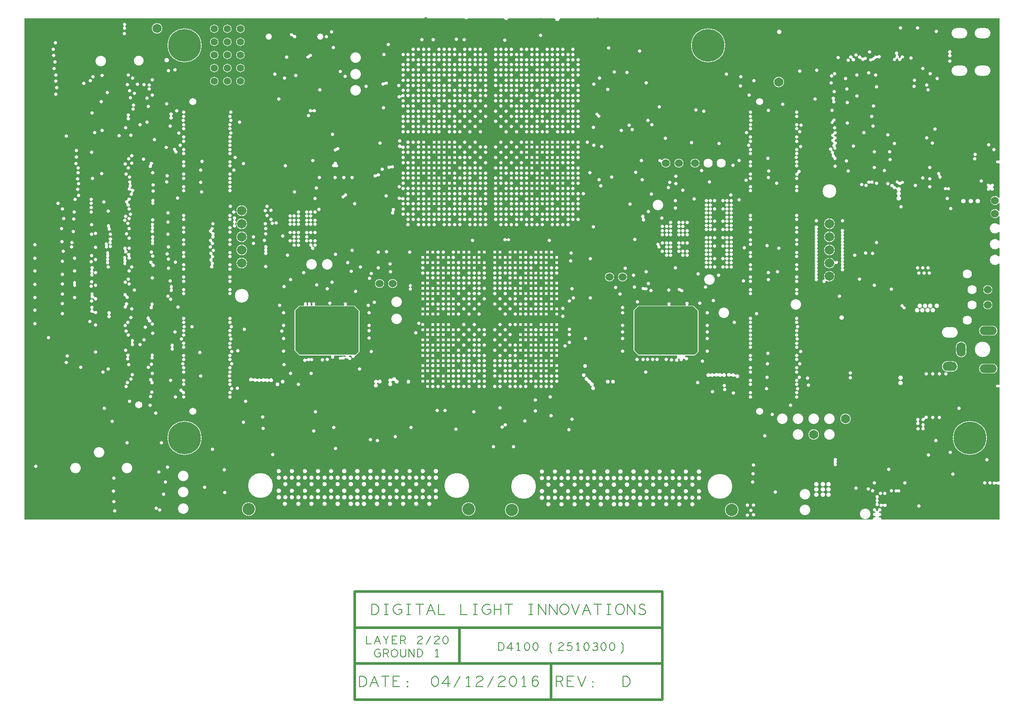
<source format=gbr>
G04 ================== begin FILE IDENTIFICATION RECORD ==================*
G04 Layout Name:  2510300_REV-D.brd*
G04 Film Name:    L02_gnd1.gbr*
G04 File Format:  Gerber RS274X*
G04 File Origin:  Cadence Allegro 16.6-2015-S051*
G04 Origin Date:  Tue Apr 12 06:53:56 2016*
G04 *
G04 Layer:  VIA CLASS/L2_GND1*
G04 Layer:  PIN/L2_GND1*
G04 Layer:  ETCH/L2_GND1*
G04 Layer:  DRAWING FORMAT/TITLE_BLOCK*
G04 *
G04 Offset:    (0.00 0.00)*
G04 Mirror:    No*
G04 Mode:      Positive*
G04 Rotation:  0*
G04 FullContactRelief:  No*
G04 UndefLineWidth:     0.00*
G04 ================== end FILE IDENTIFICATION RECORD ====================*
%FSLAX25Y25*MOIN*%
%IR0*IPPOS*OFA0.00000B0.00000*MIA0B0*SFA1.00000B1.00000*%
%ADD19O,.07X.11*%
%ADD18O,.11X.07*%
%ADD20O,.13X.066*%
%ADD17C,.06*%
%ADD12C,.07*%
%ADD11C,.025*%
%ADD10C,.016*%
%ADD16C,.072*%
%ADD14C,.055*%
%ADD15C,.094*%
%ADD13C,.25*%
%ADD21C,.02*%
%ADD22C,.006*%
%ADD23C,.008*%
%ADD24C,.00399*%
%ADD28O,.12004X.08004*%
%ADD27O,.08004X.12004*%
%ADD26O,.14002X.07602*%
%ADD43C,.03004*%
%ADD25O,.12004X.07704*%
%ADD45C,.02404*%
%ADD42C,.03304*%
%ADD29C,.07004*%
%ADD36C,.03504*%
%ADD32C,.08004*%
%ADD31C,.02604*%
%ADD33C,.05404*%
%ADD41C,.08204*%
%ADD37C,.06504*%
%ADD34C,.07404*%
%ADD44C,.04904*%
%ADD38C,.10404*%
%ADD40C,.10504*%
%ADD35C,.26004*%
%ADD39C,.19004*%
%ADD30C,.11784*%
G75*
%LPD*%
G75*
G36*
G01X2500Y2500D02*
Y385500D01*
X338854D01*
X338906Y385380D01*
G03X341294I1194J520D01*
G01X341346Y385500D01*
X368915D01*
X368965Y385372D01*
G03X372235I1635J628D01*
G01X372285Y385500D01*
X407631D01*
X407948Y385183D01*
Y385100D01*
G03X411452I1752J0D01*
G01Y385183D01*
X411769Y385500D01*
X747500D01*
Y277071D01*
X746939Y276811D01*
X746842Y276894D01*
G03Y274906I-842J-994D01*
G01X746939Y274989D01*
X747500Y274729D01*
Y248626D01*
X746869Y248413D01*
X746782Y248527D01*
G03Y244273I-2782J-2127D01*
G01X746869Y244387D01*
X747500Y244174D01*
Y238626D01*
X746869Y238413D01*
X746782Y238527D01*
G03Y234273I-2782J-2127D01*
G01X746869Y234387D01*
X747500Y234174D01*
Y228092D01*
X746913Y227847D01*
X746818Y227941D01*
G03Y222259I-2818J-2841D01*
G01X746913Y222353D01*
X747500Y222108D01*
Y215992D01*
X746913Y215747D01*
X746818Y215841D01*
G03Y210159I-2818J-2841D01*
G01X746913Y210253D01*
X747500Y210008D01*
Y203992D01*
X746913Y203747D01*
X746818Y203841D01*
G03Y198159I-2818J-2841D01*
G01X746913Y198253D01*
X747500Y198008D01*
Y105673D01*
X746913Y105429D01*
X746818Y105523D01*
G03Y103677I-918J-923D01*
G01X746913Y103771D01*
X747500Y103527D01*
Y31889D01*
X747012Y31596D01*
X746912Y31649D01*
G03X745174Y31154I-612J-1149D01*
G01X744626D01*
G03Y29846I-1126J-654D01*
G01X745174D01*
G03X746912Y29351I1126J654D01*
G01X747012Y29404D01*
X747500Y29111D01*
Y2500D01*
X657613D01*
X657295Y2837D01*
X657300Y2923D01*
G03X655765Y4281I-1300J77D01*
G01X655679Y4265D01*
X655304Y4546D01*
X655295Y4633D01*
G03X655277Y4753I-1295J-133D01*
G01X655257Y4858D01*
X655642Y5243D01*
X655747Y5223D01*
G03X655765Y7781I253J1277D01*
G01X655679Y7765D01*
X655304Y8046D01*
X655295Y8133D01*
G03X655277Y8253I-1295J-133D01*
G01X655257Y8358D01*
X655642Y8743D01*
X655747Y8723D01*
G03X654723Y9747I253J1277D01*
G01X654743Y9642D01*
X654358Y9257D01*
X654253Y9277D01*
G03X653747I-253J-1277D01*
G01X653642Y9257D01*
X653257Y9642D01*
X653277Y9747D01*
G03X652253Y8723I-1277J253D01*
G01X652358Y8743D01*
X652743Y8358D01*
X652723Y8253D01*
G03X652705Y8133I1277J-253D01*
G01X652696Y8046D01*
X652321Y7765D01*
X652235Y7781D01*
G03X652253Y5223I-235J-1281D01*
G01X652358Y5243D01*
X652743Y4858D01*
X652723Y4753D01*
G03X652705Y4633I1277J-253D01*
G01X652696Y4546D01*
X652321Y4265D01*
X652235Y4281D01*
G03X650700Y2923I-235J-1281D01*
G01X650705Y2837D01*
X650387Y2500D01*
X2500D01*
G37*
%LPC*%
G75*
G36*
G01X219285Y357289D02*
G03X219732Y357594I57J396D01*
G02X220815Y356011I1268J-294D01*
G03X220368Y355706I-57J-396D01*
G02X219285Y357289I-1268J294D01*
G37*
G36*
G01X408972Y347113D02*
G02X410813Y345272I921J-920D01*
G02X408972Y347113I-921J920D01*
G37*
G36*
G01X315381Y343558D02*
X315382D01*
G02Y340954I0J-1302D01*
G02X315381Y343558I-1J1302D01*
G37*
G36*
G01X396780Y342256D02*
G02X399384I1302J0D01*
G02X396780I-1302J-1D01*
G37*
G36*
G01X302268Y338318D02*
G02X304872I1302J1D01*
G02X302268I-1302J0D01*
G37*
G36*
G01X278258Y335001D02*
G03X277689Y334820I-204J-344D01*
G02X277163Y336471I-1189J530D01*
G03X277732Y336652I204J344D01*
G02X278258Y335001I1189J-530D01*
G37*
G36*
G01X412528Y334382D02*
G02X415132I1302J0D01*
G02X412528I-1302J-1D01*
G37*
G36*
G01X318016Y330444D02*
G02X320620I1302J1D01*
G02X318016I-1302J0D01*
G37*
G36*
G01X416846Y323491D02*
G02X418687Y321650I921J-920D01*
G02X416846Y323491I-921J920D01*
G37*
G36*
G01X404654Y318634D02*
G02X407258I1302J0D01*
G02X404654I-1302J-1D01*
G37*
G36*
G01X441202Y312302D02*
G03X441402Y312102I200J0D01*
G02X440098Y310798I-2J-1302D01*
G03X439898Y310998I-200J0D01*
G02X441202Y312302I2J1302D01*
G37*
G36*
G01X621241Y306688D02*
G03X620885Y306226I39J-398D01*
G02X619475Y307312I-1285J-210D01*
G03X619831Y307774I-39J398D01*
G02X621241Y306688I1285J210D01*
G37*
G36*
G01X314080Y302886D02*
G02X316684I1302J0D01*
G02X314080I-1302J-1D01*
G37*
G36*
G01X303570Y300250D02*
X303571D01*
G02X303570Y297646I0J-1302D01*
G02Y300250I0J1302D01*
G37*
G36*
G01X241680Y284718D02*
G03X241218Y284483I-93J-389D01*
G02X240320Y286250I-1202J501D01*
G03X240782Y286485I93J389D01*
G02X241680Y284718I1202J-501D01*
G37*
G36*
G01X117033Y283700D02*
G03X116774Y284170I-389J92D01*
G02X118467Y285100I426J1230D01*
G03X118726Y284630I389J-92D01*
G02X117033Y283700I-426J-1230D01*
G37*
G36*
G01X240103Y272054D02*
X239697D01*
X239641Y272006D01*
G02X238432Y274249I-841J994D01*
G01X238504Y274270D01*
X238726Y274621D01*
X238714Y274695D01*
G02X241277Y274644I1286J204D01*
G01X241263Y274574D01*
X241446Y274225D01*
X241512Y274197D01*
G02X240159Y272006I-512J-1197D01*
G01X240103Y272054D01*
G37*
G36*
G01X100027Y273626D02*
G03X99825Y273072I152J-369D01*
G02X98173Y273674I-1155J-602D01*
G03X98375Y274228I-152J369D01*
G02X100027Y273626I1155J602D01*
G37*
G36*
G01X649179Y259580D02*
G03X648592Y259556I-282J-283D01*
G02X648521Y261320I-992J844D01*
G03X649108Y261344I282J283D01*
G02X649179Y259580I992J-844D01*
G37*
G36*
G01X672818Y258996D02*
X672456Y258836D01*
X672424Y258773D01*
G02X670004Y259035I-1160J591D01*
G01X669984Y259111D01*
X669619Y259342D01*
X669542Y259327D01*
G02X670555Y260934I-247J1278D01*
G01X670575Y260858D01*
X670940Y260627D01*
X671017Y260642D01*
G02X671610Y260619I247J-1278D01*
G01X671678Y260600D01*
X672040Y260760D01*
X672072Y260823D01*
G02X672886Y258977I1160J-591D01*
G01X672818Y258996D01*
G37*
G36*
G01X707056Y256383D02*
G03X707620Y256360I294J272D01*
G02X707544Y254517I880J-959D01*
G03X706980Y254540I-294J-272D01*
G02X707056Y256383I-880J959D01*
G37*
G36*
G01X247774Y249404D02*
G03X247336Y249030I-39J-398D01*
G02X246162Y250402I-1300J76D01*
G03X246600Y250776I39J398D01*
G02X247774Y249404I1300J-76D01*
G37*
G36*
G01X99715Y245057D02*
G03X99729Y245611I-281J284D01*
G02X101605Y245563I961J879D01*
G03X101591Y245009I281J-284D01*
G02X99715Y245057I-961J-879D01*
G37*
G36*
G01X67779Y226271D02*
G03X67943Y225683I331J-225D01*
G02X66321Y225229I-543J-1183D01*
G03X66157Y225817I-331J225D01*
G02X67779Y226271I543J1183D01*
G37*
G36*
G01X64240Y211780D02*
G03X64217Y212344I-295J270D01*
G02X66060Y212420I884J956D01*
G03X66083Y211856I295J-270D01*
G02X64240Y211780I-884J-956D01*
G37*
G36*
G01X487707Y212511D02*
G03X487918Y211994I371J-150D01*
G02X486193Y211289I-518J-1194D01*
G03X485982Y211806I-371J150D01*
G02X487707Y212511I518J1194D01*
G37*
G36*
G01X187719Y207488D02*
Y207012D01*
G02X186081I-819J-1012D01*
G01Y207488D01*
G02X186056Y209492I819J1012D01*
G01X186123Y209548D01*
X186142Y210017D01*
X186080Y210079D01*
G02X187844Y210008I920J921D01*
G01X187777Y209952D01*
X187758Y209483D01*
X187820Y209421D01*
G02X187719Y207488I-920J-921D01*
G37*
G36*
G01X80192Y199417D02*
X80168Y198977D01*
X80222Y198915D01*
G02X78358Y199018I-982J-855D01*
G01X78418Y199073D01*
X78442Y199513D01*
X78388Y199575D01*
G02X78368Y201262I982J855D01*
G01X78420Y201324D01*
X78386Y201762D01*
X78326Y201816D01*
G02X80192Y201958I864J974D01*
G01X80140Y201896D01*
X80174Y201458D01*
X80234Y201404D01*
G02X80252Y199472I-864J-974D01*
G01X80192Y199417D01*
G37*
G36*
G01X628319Y194988D02*
Y194512D01*
G02X626681I-819J-1012D01*
G01Y194988D01*
G02Y197012I819J1012D01*
G01Y197488D01*
G02Y199512I819J1012D01*
G01Y199988D01*
G02Y202012I819J1012D01*
G01Y202488D01*
G02Y204512I819J1012D01*
G01Y204988D01*
G02Y207012I819J1012D01*
G01Y207488D01*
G02Y209512I819J1012D01*
G01Y209988D01*
G02Y212012I819J1012D01*
G01Y212488D01*
G02Y214512I819J1012D01*
G01Y214988D01*
G02Y217012I819J1012D01*
G01Y217488D01*
G02Y219512I819J1012D01*
G01Y219988D01*
G02Y222012I819J1012D01*
G01Y222488D01*
G02X628319I819J1012D01*
G01Y222012D01*
G02Y219988I-819J-1012D01*
G01Y219512D01*
G02Y217488I-819J-1012D01*
G01Y217012D01*
G02Y214988I-819J-1012D01*
G01Y214512D01*
G02Y212488I-819J-1012D01*
G01Y212012D01*
G02Y209988I-819J-1012D01*
G01Y209512D01*
G02Y207488I-819J-1012D01*
G01Y207012D01*
G02Y204988I-819J-1012D01*
G01Y204512D01*
G02Y202488I-819J-1012D01*
G01Y202012D01*
G02Y199988I-819J-1012D01*
G01Y199512D01*
G02Y197488I-819J-1012D01*
G01Y197012D01*
G02Y194988I-819J-1012D01*
G37*
G36*
G01X608319Y187488D02*
Y187012D01*
G02X606681I-819J-1012D01*
G01Y187488D01*
G02Y189512I819J1012D01*
G01Y189988D01*
G02Y192012I819J1012D01*
G01Y192488D01*
G02Y194512I819J1012D01*
G01Y194988D01*
G02Y197012I819J1012D01*
G01Y197488D01*
G02Y199512I819J1012D01*
G01Y199988D01*
G02Y202012I819J1012D01*
G01Y202488D01*
G02Y204512I819J1012D01*
G01Y204988D01*
G02Y207012I819J1012D01*
G01Y207488D01*
G02Y209512I819J1012D01*
G01Y209988D01*
G02Y212012I819J1012D01*
G01Y212488D01*
G02Y214512I819J1012D01*
G01Y214988D01*
G02Y217012I819J1012D01*
G01Y217488D01*
G02Y219512I819J1012D01*
G01Y219988D01*
G02Y222012I819J1012D01*
G01Y222488D01*
G02Y224512I819J1012D01*
G01Y224988D01*
G02X608319I819J1012D01*
G01Y224512D01*
G02Y222488I-819J-1012D01*
G01Y222012D01*
G02Y219988I-819J-1012D01*
G01Y219512D01*
G02Y217488I-819J-1012D01*
G01Y217012D01*
G02Y214988I-819J-1012D01*
G01Y214512D01*
G02Y212488I-819J-1012D01*
G01Y212012D01*
G02Y209988I-819J-1012D01*
G01Y209512D01*
G02Y207488I-819J-1012D01*
G01Y207012D01*
G02Y204988I-819J-1012D01*
G01Y204512D01*
G02Y202488I-819J-1012D01*
G01Y202012D01*
G02Y199988I-819J-1012D01*
G01Y199512D01*
G02Y197488I-819J-1012D01*
G01Y197012D01*
G02Y194988I-819J-1012D01*
G01Y194512D01*
G02Y192488I-819J-1012D01*
G01Y192012D01*
G02Y189988I-819J-1012D01*
G01Y189512D01*
G02Y187488I-819J-1012D01*
G37*
G36*
G01X41831Y182690D02*
G03Y182410I143J-140D01*
G02X39969I-931J-910D01*
G03Y182690I-143J140D01*
G02X41831I931J910D01*
G37*
G36*
G01X476280Y179987D02*
G03X476805Y179901I311J252D01*
G02X476488Y177981I695J-1101D01*
G03X475963Y178067I-311J-252D01*
G02X476280Y179987I-695J1101D01*
G37*
G36*
G01X504004Y178896D02*
G03X504474Y178661I370J152D01*
G02X503596Y176904I326J-1261D01*
G03X503126Y177139I-370J-152D01*
G02X504004Y178896I-326J1261D01*
G37*
G36*
G01X80716Y174179D02*
G03X81082Y173699I392J-81D01*
G02X79724Y172661I-83J-1299D01*
G03X79358Y173141I-392J81D01*
G02X80716Y174179I83J1299D01*
G37*
G36*
G01X80983Y166122D02*
G03X80757Y165567I132J-377D01*
G02X79157Y166218I-1167J-577D01*
G03X79383Y166773I-132J377D01*
G02X80983Y166122I1167J577D01*
G37*
G36*
G01X674302Y166002D02*
G03X674702Y165602I400J0D01*
G02X673398Y164298I-2J-1302D01*
G03X672998Y164698I-400J0D01*
G02X674302Y166002I2J1302D01*
G37*
G36*
G01X98225Y156159D02*
G03X98516Y155632I376J-136D01*
G02X97015Y154801I-276J-1272D01*
G03X96724Y155328I-376J136D01*
G02X98225Y156159I276J1272D01*
G37*
G36*
G01X101045Y127407D02*
G03X101005Y126850I266J-299D01*
G02X99145Y126983I-995J-840D01*
G03X99185Y127540I-266J299D01*
G02X101045Y127407I995J840D01*
G37*
G36*
G01X100197Y108924D02*
G03X100446Y108369I362J-171D01*
G02X98903Y107676I-366J-1249D01*
G03X98654Y108231I-362J171D01*
G02X100197Y108924I366J1249D01*
G37*
G36*
G01X271846Y106759D02*
Y106241D01*
G02X270154I-846J-1241D01*
G01Y106759D01*
G02X272241Y108846I846J1241D01*
G01X272759D01*
G02Y107154I1241J-846D01*
G01X272241D01*
G02X271846Y106759I-1241J846D01*
G37*
G36*
G01X622971Y45633D02*
Y45367D01*
G02X621029I-971J-867D01*
G01Y45633D01*
G02Y47367I971J867D01*
G01Y47633D01*
G02X622971I971J867D01*
G01Y47367D01*
G02Y45633I-971J-867D01*
G37*
G36*
G01X669633Y23529D02*
G03X669367I-133J-150D01*
G02Y25471I-867J971D01*
G03X669633I133J150D01*
G02Y23529I867J-971D01*
G37*
G36*
G01X79615Y379147D02*
G02X78385I-615J-1147D01*
G03Y379853I-189J353D01*
G02X79615I615J1147D01*
G03Y379147I189J-353D01*
G37*
G36*
G01X208465Y372787D02*
G02X207699Y371560I535J-1187D01*
G03X207135Y371913I-400J-12D01*
G02X207901Y373140I-535J1187D01*
G03X208465Y372787I400J12D01*
G37*
G36*
G01X710115Y358147D02*
G02X708885I-615J-1147D01*
G03Y358853I-189J353D01*
G02X710115I615J1147D01*
G03Y358147I189J-353D01*
G37*
G36*
G01X644170Y353730D02*
G02X641699Y354337I-1170J571D01*
G01X641702Y354447D01*
X641235Y354758D01*
X641135Y354713D01*
G02X641901Y355863I-535J1187D01*
G01X641898Y355753D01*
X642365Y355442D01*
X642465Y355487D01*
G02X643545Y355482I535J-1187D01*
G01X643809Y355576D01*
G02X644434Y353824I1170J-570D01*
G01X644170Y353730D01*
G37*
G36*
G01X672515Y354414D02*
X672537Y354309D01*
G02X670017Y354412I-1273J-273D01*
G01X670050Y354520D01*
X669666Y354942D01*
X669555Y354919D01*
G02X669064Y354914I-259J1276D01*
G01X668960Y354932D01*
X668580Y354543D01*
X668602Y354438D01*
G02X667558Y355454I-1275J-265D01*
G01X667662Y355436D01*
X668042Y355825D01*
X668020Y355930D01*
G02X668404Y357144I1275J264D01*
G01X668482Y357218D01*
X668387Y357761D01*
X668287Y357803D01*
G02X669691Y358051I512J1197D01*
G01X669613Y357977D01*
X669708Y357434D01*
X669808Y357392D01*
G02X670542Y355819I-513J-1197D01*
G01X670509Y355711D01*
X670893Y355289D01*
X671004Y355312D01*
G02X671497Y355317I259J-1276D01*
G01X671602Y355298D01*
X671981Y355690D01*
X671959Y355795D01*
G02X672999Y354787I1273J273D01*
G01X672894Y354806D01*
X672515Y354414D01*
G37*
G36*
G01X635591Y355249D02*
G02X634565Y354272I240J-1280D01*
G03X634102Y354758I-389J93D01*
G02X635128Y355735I-240J1280D01*
G03X635591Y355249I389J-93D01*
G37*
G36*
G01X650172Y353232D02*
G02X649562Y354974I-1172J567D01*
G01X649828Y355068D01*
G02X651084Y355799I1171J-568D01*
G01X651163Y355794D01*
X651498Y356073D01*
X651507Y356152D01*
G02X653777Y356861I1293J-152D01*
G01X653843Y356786D01*
X654362Y356827D01*
X654415Y356911D01*
G02X654539Y355355I1101J-695D01*
G01X654473Y355430D01*
X653954Y355389D01*
X653901Y355305D01*
G02X652716Y354701I-1101J695D01*
G01X652637Y354706D01*
X652302Y354427D01*
X652293Y354348D01*
G02X650438Y353326I-1293J152D01*
G01X650172Y353232D01*
G37*
G36*
G01X290180Y325361D02*
G02X289807Y326534I-1280J239D01*
G03X290479Y326747I279J287D01*
G02X290852Y325574I1280J-239D01*
G03X290180Y325361I-279J-287D01*
G37*
G36*
G01X621516Y322930D02*
G02X620022Y322691I-580J-1166D01*
G03X619920Y323334I-280J285D01*
G02X621414Y323573I580J1166D01*
G03X621516Y322930I280J-285D01*
G37*
G36*
G01X222147Y314385D02*
G02Y315615I-1147J615D01*
G03X222853I353J189D01*
G02Y314385I1147J-615D01*
G03X222147I-353J-189D01*
G37*
G36*
G01X115229Y310659D02*
G02X113871I-679J-1111D01*
G03Y311342I-208J341D01*
G02X115229I679J1111D01*
G03Y310659I208J-341D01*
G37*
G36*
G01X82529Y309929D02*
G02X81171I-679J-1111D01*
G03Y310612I-208J341D01*
G02X82529I679J1111D01*
G03Y309929I208J-341D01*
G37*
G36*
G01X291016Y288184D02*
G02X290544Y286646I743J-1069D01*
G03X289943Y286831I-373J-144D01*
G02X290415Y288369I-743J1069D01*
G03X291016Y288184I373J144D01*
G37*
G36*
G01X622297Y287523D02*
X622360Y287491D01*
G02X620514Y286677I-591J-1160D01*
G01X620533Y286745D01*
X620373Y287107D01*
X620310Y287139D01*
G02X620399Y289501I591J1160D01*
G01X620467Y289529D01*
X620651Y289892D01*
X620634Y289963D01*
G02X620614Y290472I1266J305D01*
G01X620629Y290563D01*
X620307Y290935D01*
X620215Y290934D01*
G02X620135Y293536I-15J1302D01*
G01X620224Y293541D01*
X620524Y293911D01*
X620509Y293999D01*
G02Y294409I1286J205D01*
G01X620524Y294501D01*
X620198Y294874D01*
X620104Y294871D01*
G02X620231Y297465I-31J1302D01*
G01X620330Y297453D01*
X620690Y297829D01*
X620674Y297928D01*
G02X621800Y296850I1284J214D01*
G01X621701Y296862D01*
X621341Y296486D01*
X621357Y296387D01*
G02X621359Y295969I-1284J-215D01*
G01X621344Y295877D01*
X621670Y295504D01*
X621764Y295507D01*
G02X621860Y292905I31J-1302D01*
G01X621771Y292900D01*
X621471Y292530D01*
X621486Y292442D01*
G02Y292032I-1286J-205D01*
G01X621471Y291941D01*
X621793Y291569D01*
X621885Y291570D01*
G02X622402Y289066I16J-1302D01*
G01X622334Y289038D01*
X622150Y288675D01*
X622167Y288604D01*
G02X622156Y287953I-1266J-304D01*
G01X622137Y287885D01*
X622297Y287523D01*
G37*
G36*
G01X622116Y279730D02*
G02X620562Y278689I-273J-1273D01*
G03X620252Y279152I-394J72D01*
G02X619588Y281329I273J1273D01*
G01X619663Y281407D01*
X619542Y281943D01*
X619441Y281981D01*
G02X618715Y283739I459J1219D01*
G01X618758Y283833D01*
X618489Y284294D01*
X618386Y284303D01*
G02X619685Y285061I114J1297D01*
G01X619642Y284967D01*
X619911Y284506D01*
X620014Y284497D01*
G02X620837Y282296I-114J-1297D01*
G01X620762Y282218D01*
X620883Y281682D01*
X620984Y281644D01*
G02X621806Y280193I-459J-1218D01*
G03X622116Y279730I394J-72D01*
G37*
G36*
G01X489865Y277307D02*
G02X489009Y275279I2635J-2307D01*
G03X488467Y275685I-399J33D01*
G02X489197Y277413I-467J1215D01*
G03X489865Y277307I367J158D01*
G37*
G36*
G01X282149Y271088D02*
G02X281840Y272695I-1149J612D01*
G03X282451Y272812I258J305D01*
G02X282760Y271205I1149J-612D01*
G03X282149Y271088I-258J-305D01*
G37*
G36*
G01X593945Y266811D02*
G02X592648Y267827I-1270J-286D01*
G03X593030Y268314I-8J400D01*
G02X594327Y267298I1270J286D01*
G03X593945Y266811I8J-400D01*
G37*
G36*
G01X271709Y264716D02*
G02X271204Y266296I-1209J484D01*
G03X271791Y266484I216J336D01*
G02X272296Y264904I1209J-484D01*
G03X271709Y264716I-216J-336D01*
G37*
G36*
G01X702380Y265545D02*
G02X700931Y265044I-381J-1245D01*
G03X700720Y265655I-328J229D01*
G02X702169Y266156I381J1245D01*
G03X702380Y265545I328J-229D01*
G37*
G36*
G01X740204Y254490D02*
X740147Y254385D01*
G02X738385Y256147I-1147J615D01*
G01X738490Y256204D01*
Y256796D01*
X738385Y256853D01*
G02X740147Y258615I615J1147D01*
G01X740204Y258510D01*
X740796D01*
X740853Y258615D01*
G02X742615Y256853I1147J-615D01*
G01X742510Y256796D01*
Y256204D01*
X742615Y256147D01*
G02X740853Y254385I-615J-1147D01*
G01X740796Y254490D01*
X740204D01*
G37*
G36*
G01X85102Y252146D02*
X85179Y252058D01*
G02X83985Y252484I-979J-858D01*
G01X84101Y252504D01*
X84298Y253054D01*
X84221Y253142D01*
G02X83911Y253820I979J858D01*
G01X83895Y253928D01*
X83392Y254161D01*
X83300Y254102D01*
G02X82116Y256409I-699J1098D01*
G01X82204Y256444D01*
X82355Y256917D01*
X82304Y256996D01*
G02X82558Y258693I1096J703D01*
G01X82639Y258762D01*
X82581Y259301D01*
X82487Y259351D01*
G02X83942Y259507I613J1149D01*
G01X83861Y259438D01*
X83919Y258899D01*
X84013Y258849D01*
G02X83884Y256491I-613J-1149D01*
G01X83796Y256456D01*
X83645Y255983D01*
X83696Y255904D01*
G02X83889Y255380I-1097J-702D01*
G01X83905Y255272D01*
X84408Y255039D01*
X84500Y255098D01*
G02X85415Y252716I700J-1098D01*
G01X85299Y252696D01*
X85102Y252146D01*
G37*
G36*
G01X290751Y248568D02*
G02X290580Y247192I1008J-824D01*
G03X289908Y247276I-362J-169D01*
G02X290079Y248652I-1008J824D01*
G03X290751Y248568I362J169D01*
G37*
G36*
G01X671370Y249621D02*
G02X669630I-870J-1521D01*
G01Y250179D01*
G02X669375Y253043I870J1521D01*
G03Y253657I-256J307D01*
G02X668752Y254888I1125J1343D01*
G01X668744Y255009D01*
X668200Y255251D01*
X668105Y255177D01*
G02X665999Y256142I-805J1023D01*
G03X665529Y256518I-399J-17D01*
G02X666601Y257858I-229J1282D01*
G03X667071Y257482I399J17D01*
G02X668579Y256442I229J-1282D01*
G01X668602Y256323D01*
X669171Y256148D01*
X669256Y256234D01*
G02X671625Y253657I1243J-1234D01*
G03Y253043I256J-307D01*
G02X671370Y250179I-1125J-1343D01*
G01Y249621D01*
G37*
G36*
G01X81983Y244249D02*
X82078Y244232D01*
G02X80658Y243474I-228J-1282D01*
G01X80697Y243562D01*
X80457Y244011D01*
X80362Y244028D01*
G02X80810Y246593I228J1282D01*
G01X80920Y246574D01*
X81292Y247001D01*
X81258Y247108D01*
G02X82280Y246217I1242J392D01*
G01X82170Y246236D01*
X81798Y245809D01*
X81832Y245702D01*
G02X81782Y244786I-1242J-392D01*
G01X81743Y244698D01*
X81983Y244249D01*
G37*
G36*
G01X284770Y237668D02*
G02X283289Y237997I-970J-868D01*
G03X283430Y238632I-157J368D01*
G02X284911Y238303I970J868D01*
G03X284770Y237668I157J-368D01*
G37*
G36*
G01X476003Y232814D02*
G02X474463Y232501I-563J-1174D01*
G03X474337Y233126I-300J265D01*
G02X475877Y233439I563J1174D01*
G03X476003Y232814I300J-265D01*
G37*
G36*
G01X163510Y228204D02*
X163615Y228147D01*
G02X162385I-615J-1147D01*
G01X162490Y228204D01*
Y228796D01*
X162385Y228853D01*
G02Y231147I615J1147D01*
G01X162490Y231204D01*
Y231796D01*
X162385Y231853D01*
G02X163615I615J1147D01*
G01X163510Y231796D01*
Y231204D01*
X163615Y231147D01*
G02Y228853I-615J-1147D01*
G01X163510Y228796D01*
Y228204D01*
G37*
G36*
G01X100861Y223728D02*
X100952Y223663D01*
G02X99601Y223756I-752J-1063D01*
G01X99700Y223808D01*
X99739Y224372D01*
X99648Y224437D01*
G02X99570Y226503I752J1063D01*
G01X99646Y226566D01*
X99627Y227081D01*
X99547Y227138D01*
G02X101130Y227197I753J1062D01*
G01X101054Y227134D01*
X101073Y226619D01*
X101153Y226562D01*
G02X100999Y224344I-753J-1062D01*
G01X100900Y224292D01*
X100861Y223728D01*
G37*
G36*
G01X147420Y219421D02*
G02X145656Y219492I-920J-921D01*
G03X145680Y220079I-259J305D01*
G02X145320Y221240I920J922D01*
G01X145339Y221340D01*
X144975Y221723D01*
X144874Y221710D01*
G02X144418Y224271I-174J1290D01*
G03X144724Y224741I-86J391D01*
G02X146282Y223729I1276J259D01*
G03X145976Y223259I86J-391D01*
G02X145980Y222760I-1276J-260D01*
G01X145961Y222660D01*
X146325Y222277D01*
X146426Y222290D01*
G02X147444Y220008I174J-1290D01*
G03X147420Y219421I259J-305D01*
G37*
G36*
G01X370653Y215787D02*
G02Y216985I-1042J599D01*
G03X371347I347J199D01*
G02Y215787I1042J-599D01*
G03X370653I-347J-199D01*
G37*
G36*
G01X68789Y215135D02*
G02X67394Y215252I-789J-1035D01*
G03X67451Y215925I-186J355D01*
G02X68846Y215808I789J1035D01*
G03X68789Y215135I186J-355D01*
G37*
G36*
G01X146271Y214900D02*
G02X144982Y214059I-71J-1300D01*
G03X144629Y214600I-374J141D01*
G02X145918Y215441I71J1300D01*
G03X146271Y214900I374J-141D01*
G37*
G36*
G01X101343Y214339D02*
G02X99467Y214307I-923J-919D01*
G03X99457Y214861I-293J272D01*
G02X99699Y216890I923J919D01*
G01X99789Y216945D01*
X99813Y217489D01*
X99727Y217552D01*
G02X101181Y217490I773J1048D01*
G01X101091Y217435D01*
X101067Y216891D01*
X101153Y216828D01*
G02X101333Y214893I-773J-1048D01*
G03X101343Y214339I293J-272D01*
G37*
G36*
G01X222756Y211101D02*
G02X221695Y210489I44J-1301D01*
G03X221343Y211101I-339J212D01*
G02X222404Y211713I-44J1301D01*
G03X222756Y211101I339J-212D01*
G37*
G36*
G01X80487Y208408D02*
G02X79001Y208035I-487J-1208D01*
G03X78843Y208662I-307J256D01*
G02X80329Y209035I487J1208D01*
G03X80487Y208408I307J-256D01*
G37*
G36*
G01X83212Y203590D02*
G02X81596Y203437I-712J-1090D01*
G03X81538Y204060I-277J288D01*
G02X83154Y204213I712J1090D01*
G03X83212Y203590I277J-288D01*
G37*
G36*
G01X66940Y199794D02*
G02X65260I-840J-994D01*
G03Y200406I-258J306D01*
G02X65347Y202462I840J994D01*
G01X65427Y202519D01*
X65446Y203034D01*
X65370Y203097D01*
G02X65240Y204980I830J1003D01*
G03X65217Y205544I-295J270D01*
G02X67060Y205620I884J956D01*
G03X67083Y205056I295J-270D01*
G02X66953Y203038I-883J-956D01*
G01X66873Y202981D01*
X66854Y202466D01*
X66930Y202403D01*
G02X66940Y200406I-830J-1003D01*
G03Y199794I258J-306D01*
G37*
G36*
G01X100747Y198175D02*
G02X99682Y197390I133J-1295D01*
G03X99273Y197945I-368J157D01*
G02X100338Y198730I-133J1295D01*
G03X100747Y198175I368J-157D01*
G37*
G36*
G01X621537Y197772D02*
G02X621279Y200096I-4037J728D01*
G03X621942Y199981I368J156D01*
G02X622158Y198030I958J-881D01*
G03X621537Y197772I-227J-329D01*
G37*
G36*
G01X146533Y196613D02*
X146595Y196540D01*
G02X144988Y196849I-995J-840D01*
G01X145072Y196894D01*
X145167Y197387D01*
X145105Y197460D01*
G02X145057Y199079I995J840D01*
G01X145125Y199170D01*
X144910Y199696D01*
X144798Y199714D01*
G02X144742Y202276I202J1286D01*
G01X144838Y202296D01*
X145066Y202752D01*
X145024Y202840D01*
G02X145102Y204100I1176J560D01*
G01X145161Y204192D01*
X144928Y204695D01*
X144820Y204711D01*
G02X146098Y205300I181J1289D01*
G01X146039Y205208D01*
X146272Y204705D01*
X146380Y204689D01*
G02X146458Y202124I-181J-1289D01*
G01X146362Y202104D01*
X146134Y201648D01*
X146176Y201560D01*
G02X146043Y200221I-1176J-559D01*
G01X145975Y200130D01*
X146190Y199604D01*
X146302Y199586D01*
G02X146712Y197151I-202J-1286D01*
G01X146628Y197106D01*
X146533Y196613D01*
G37*
G36*
G01X54773Y190619D02*
X54853Y190562D01*
G02X53270Y190503I-753J-1062D01*
G01X53346Y190566D01*
X53327Y191081D01*
X53247Y191138D01*
G02X53342Y193323I753J1062D01*
G01X53433Y193377D01*
X53471Y193916D01*
X53389Y193981D01*
G02X54858Y193877I810J1019D01*
G01X54767Y193823D01*
X54729Y193284D01*
X54811Y193219D01*
G02X54830Y191197I-811J-1019D01*
G01X54754Y191134D01*
X54773Y190619D01*
G37*
G36*
G01X614700Y184670D02*
G02X613535Y185895I-1300J-70D01*
G03X613925Y186489I41J398D01*
G02X615313Y185030I3575J2011D01*
G03X614700Y184670I-213J-338D01*
G37*
G36*
G01X297913Y179653D02*
G02X296715I-599J-1042D01*
G03Y180347I-199J347D01*
G02X297913I599J1042D01*
G03Y179653I199J-347D01*
G37*
G36*
G01X115429Y178824D02*
G02X114071I-679J-1111D01*
G03Y179507I-208J341D01*
G02X115429I679J1111D01*
G03Y178824I208J-341D01*
G37*
G36*
G01X56191Y172397D02*
X56287Y172449D01*
G02X55600Y171222I613J-1149D01*
G01X55594Y171331D01*
X55109Y171603D01*
X55013Y171551D01*
G02X53370Y173497I-613J1149D01*
G03X53323Y174037I-316J245D01*
G02X55230Y174203I877J963D01*
G03X55277Y173663I316J-245D01*
G02X55700Y172778I-877J-963D01*
G01X55706Y172669D01*
X56191Y172397D01*
G37*
G36*
G01X100390Y165345D02*
G02X98945Y165720I-990J-845D01*
G03X99110Y166355I-139J375D01*
G02X100555Y165980I990J845D01*
G03X100390Y165345I139J-375D01*
G37*
G36*
G01X55954Y161702D02*
X56042Y161779D01*
G02X55616Y160585I858J-979D01*
G01X55596Y160701D01*
X55046Y160898D01*
X54958Y160821D01*
G02X53514Y162962I-859J978D01*
G01Y163538D01*
G02X54686I586J1162D01*
G01Y162962D01*
G02X55384Y162015I-586J-1163D01*
G01X55404Y161899D01*
X55954Y161702D01*
G37*
G36*
G01X67879Y158759D02*
G02X66521I-679J-1111D01*
G03Y159442I-208J342D01*
G02X67879I679J1111D01*
G03Y158759I208J-341D01*
G37*
G36*
G01X85670Y137488D02*
G02X84330I-670J-1117D01*
G03Y138173I-206J343D01*
G02X85670I670J1117D01*
G03Y137488I206J-343D01*
G37*
G36*
G01X116109Y133937D02*
G02X114769I-670J-1117D01*
G03Y134622I-206J343D01*
G02X116109I670J1117D01*
G03Y133937I206J-342D01*
G37*
G36*
G01X250800Y126869D02*
X250872Y126882D01*
G02X249875Y125160I228J-1282D01*
G01X249850Y125228D01*
X249500Y125431D01*
X249428Y125418D01*
G02X248221Y125842I-228J1282D01*
G01X248144Y125929D01*
X247575Y125812D01*
X247539Y125701D01*
G02X245435Y125126I-1240J399D01*
G03X244854Y125073I-266J-299D01*
G02X244692Y126847I-1027J801D01*
G03X245273Y126900I266J299D01*
G02X247279Y126958I1027J-800D01*
G01X247356Y126871D01*
X247925Y126988D01*
X247961Y127099D01*
G02X248094Y127387I1240J-398D01*
G01X248156Y127487D01*
X247872Y127998D01*
X239256D01*
X238983Y127463D01*
X239054Y127364D01*
G02X236946I-1054J-764D01*
G01X237017Y127463D01*
X236744Y127998D01*
X212792D01*
X208998Y131792D01*
Y162708D01*
X212292Y166002D01*
X216028D01*
X216288Y166562D01*
X216206Y166660D01*
G02X218194I994J840D01*
G01X218112Y166562D01*
X218372Y166002D01*
X219037D01*
X219297Y166563D01*
X219214Y166661D01*
G02X221196I991J844D01*
G01X221113Y166563D01*
X221373Y166002D01*
X222328D01*
X222588Y166562D01*
X222506Y166660D01*
G02X224494I994J840D01*
G01X224412Y166562D01*
X224672Y166002D01*
X246592D01*
X246852Y166562D01*
X246770Y166660D01*
G02X248758I994J840D01*
G01X248676Y166562D01*
X248936Y166002D01*
X254708D01*
X258502Y162208D01*
Y130792D01*
X255708Y127998D01*
X255282D01*
X254965Y127620D01*
X254982Y127528D01*
G02X252418I-1282J-229D01*
G01X252435Y127620D01*
X252118Y127998D01*
X250528D01*
X250244Y127487D01*
X250306Y127387D01*
G02X250425Y127140I-1107J-685D01*
G01X250450Y127072D01*
X250800Y126869D01*
G37*
G36*
G01X82152Y126363D02*
G02X80801Y126456I-752J-1063D01*
G03X80848Y127137I-184J355D01*
G02X82199Y127044I752J1063D01*
G03X82152Y126363I184J-355D01*
G37*
G36*
G01X501926Y125096D02*
X501983Y124997D01*
G02X500836Y125644I-1125J-655D01*
G01X500950Y125646D01*
X501232Y126146D01*
X501175Y126245D01*
G02X501113Y127434I1125J655D01*
G01X501157Y127534D01*
X500857Y127998D01*
X471792D01*
X467998Y131792D01*
Y162708D01*
X471292Y166002D01*
X493781D01*
X494041Y166562D01*
X493959Y166660D01*
G02X495947I994J840D01*
G01X495865Y166562D01*
X496125Y166002D01*
X507771D01*
X507997Y166616D01*
X507890Y166707D01*
G02X509574I842J993D01*
G01X509467Y166616D01*
X509693Y166002D01*
X513708D01*
X517502Y162208D01*
Y130792D01*
X514708Y127998D01*
X507390D01*
X507097Y127511D01*
X507150Y127411D01*
G02X507284Y127017I-1150J-611D01*
G01X507300Y126924D01*
X507736Y126677D01*
X507824Y126712D01*
G02X507016Y125283I476J-1212D01*
G01X507000Y125376D01*
X506564Y125623D01*
X506476Y125588D01*
G02X505981Y125498I-476J1212D01*
G01X505887Y125499D01*
X505565Y125121D01*
X505582Y125028D01*
G02X503041Y125133I-1282J-228D01*
G01X503070Y125241D01*
X502681Y125650D01*
X502571Y125627D01*
G02X502322Y125598I-274J1273D01*
G01X502208Y125596D01*
X501926Y125096D01*
G37*
G36*
G01X218061Y123954D02*
X218020Y123846D01*
G02X217798Y125136I-1220J454D01*
G01X217872Y125048D01*
X218439Y125146D01*
X218480Y125254D01*
G02X220580Y125760I1220J-454D01*
G03X221120I270J295D01*
G02Y123840I880J-960D01*
G03X220580I-270J-295D01*
G02X218702Y123964I-880J960D01*
G01X218628Y124052D01*
X218061Y123954D01*
G37*
G36*
G01X526185Y112077D02*
G02Y113923I-1185J923D01*
G03X526815I315J246D01*
G02X529213Y113886I1185J-923D01*
G01X529278Y113797D01*
X529833Y113832D01*
X529886Y113928D01*
G02X532378Y114132I1314J-728D01*
G01X532432Y114063D01*
X532903Y114029D01*
X532967Y114090D01*
G02X535241Y113846I1033J-1090D01*
G01X535759D01*
G02Y112154I1241J-846D01*
G01X535241D01*
G02X532822Y112068I-1241J846D01*
G01X532768Y112137D01*
X532297Y112171D01*
X532233Y112110D01*
G02X529987Y112314I-1033J1090D01*
G01X529922Y112403D01*
X529367Y112368D01*
X529314Y112272D01*
G02X526815Y112077I-1314J728D01*
G03X526185I-315J-246D01*
G37*
G36*
G01X546038Y113158D02*
X546118Y113242D01*
G02X545755Y111790I1082J-1042D01*
G01X545723Y111901D01*
X545162Y112042D01*
X545082Y111958D01*
G02X542686Y112272I-1082J1042D01*
G01X542633Y112368D01*
X542078Y112403D01*
X542013Y112314D01*
G02X542114Y113928I-1213J886D01*
G01X542167Y113832D01*
X542722Y113797D01*
X542787Y113886D01*
G02X545445Y113410I1213J-886D01*
G01X545477Y113299D01*
X546038Y113158D01*
G37*
G36*
G01X183367Y108368D02*
X183314Y108272D01*
G02X180686I-1314J728D01*
G01X180633Y108368D01*
X180078Y108403D01*
X180013Y108314D01*
G02X177438Y108568I-1213J886D01*
G01X177391Y108668D01*
X176835Y108738D01*
X176765Y108652D01*
G02X176962Y110232I-1165J948D01*
G01X177009Y110132D01*
X177565Y110062D01*
X177635Y110148D01*
G02X180114Y109928I1165J-948D01*
G01X180167Y109832D01*
X180722Y109797D01*
X180787Y109886D01*
G02X183213I1213J-886D01*
G01X183278Y109797D01*
X183833Y109832D01*
X183886Y109928D01*
G02X186378Y110132I1314J-728D01*
G01X186432Y110063D01*
X186903Y110029D01*
X186967Y110090D01*
G02X189241Y109846I1033J-1090D01*
G01X189759D01*
G02Y108154I1241J-846D01*
G01X189241D01*
G02X186822Y108068I-1241J846D01*
G01X186768Y108137D01*
X186297Y108171D01*
X186233Y108110D01*
G02X183987Y108314I-1033J1090D01*
G01X183922Y108403D01*
X183367Y108368D01*
G37*
G36*
G01X282923Y107185D02*
G02X281077I-923J-1185D01*
G03Y107815I-246J315D01*
G02X282921Y110187I922J1186D01*
G01X283005Y110121D01*
X283523Y110294D01*
X283551Y110397D01*
G02X286500Y109920I1449J-396D01*
G03X286920Y109500I399J-21D01*
G02X285500Y108080I80J-1500D01*
G03X285080Y108500I-399J21D01*
G02X284079Y108813I-80J1500D01*
G01X283995Y108879D01*
X283477Y108706D01*
X283449Y108603D01*
G02X282923Y107815I-1449J397D01*
G03Y107185I246J-315D01*
G37*
G36*
G01X437294Y104477D02*
X437397Y104449D01*
G02X435813Y103921I-397J-1449D01*
G01X435879Y104005D01*
X435706Y104523D01*
X435603Y104551D01*
G02X434500Y106080I397J1449D01*
G01X434505Y106169D01*
X434169Y106505D01*
X434080Y106500D01*
G02X432500Y108080I-80J1500D01*
G01X432505Y108169D01*
X432169Y108505D01*
X432080Y108500D01*
G02X433500Y109920I-80J1500D01*
G01X433495Y109831D01*
X433831Y109495D01*
X433920Y109500D01*
G02X435500Y107920I80J-1500D01*
G01X435495Y107831D01*
X435831Y107495D01*
X435920Y107500D01*
G02X437187Y105079I80J-1500D01*
G01X437121Y104995D01*
X437294Y104477D01*
G37*
G36*
G01X123859Y100861D02*
G02X122768Y99686I206J-1286D01*
G03X122306Y100114I-399J33D01*
G02X123397Y101289I-206J1286D01*
G03X123859Y100861I399J-33D01*
G37*
G36*
G01X690397Y79115D02*
G02X689639Y80185I-1297J-115D01*
G03X690203Y80585I166J364D01*
G02X690961Y79515I1297J115D01*
G03X690397Y79115I-166J-364D01*
G37*
G36*
G01X685715Y77147D02*
G02X684485I-615J-1147D01*
G03Y77853I-189J353D01*
G02X685715I615J1147D01*
G03Y77147I189J-353D01*
G37*
G36*
G01X689715Y73147D02*
G02X688485I-615J-1147D01*
G03Y73853I-189J353D01*
G02X689715I615J1147D01*
G03Y73147I189J-353D01*
G37*
G36*
G01X654510Y15204D02*
X654615Y15147D01*
G02X653385I-615J-1147D01*
G01X653490Y15204D01*
Y15796D01*
X653385Y15853D01*
G02Y18147I615J1147D01*
G01X653490Y18204D01*
Y18796D01*
X653385Y18853D01*
G02X654615I615J1147D01*
G01X654510Y18796D01*
Y18204D01*
X654615Y18147D01*
G02Y15853I-615J-1147D01*
G01X654510Y15796D01*
Y15204D01*
G37*
G36*
G01X658147Y12885D02*
G02Y14115I-1147J615D01*
G03X658853I353J189D01*
G02Y12885I1147J-615D01*
G03X658147I-353J-189D01*
G37*
G54D28*
X709587Y145492D03*
Y119508D03*
G54D27*
X718248Y132500D03*
G54D26*
X738720Y147067D03*
Y117933D03*
G54D43*
X196000Y106000D03*
X200000Y108000D03*
X296000D03*
X431000Y120000D03*
X430000Y113000D03*
X448100Y108000D03*
X452100Y107800D03*
G54D25*
X734452Y374370D03*
Y345630D03*
X716736Y374370D03*
Y345630D03*
G54D45*
X303570Y247744D03*
Y267429D03*
Y259555D03*
Y263492D03*
Y251681D03*
X303571Y279241D03*
X303570Y271366D03*
X306708Y108344D03*
X310644D03*
Y104408D03*
X306708Y112282D03*
Y116218D03*
Y120156D03*
X310644Y116218D03*
Y120156D03*
Y124092D03*
X318518D03*
X314582Y116218D03*
X318518Y112282D03*
X314582D03*
X318518Y116218D03*
Y120156D03*
X314582Y124092D03*
X306708Y131966D03*
X314582Y143778D03*
X310644Y139841D03*
X306708D03*
X318518Y135904D03*
X310644D03*
X314582Y128030D03*
Y135904D03*
X306708D03*
X310644Y128030D03*
X318518Y143778D03*
Y139841D03*
X314582Y131966D03*
X310644Y143778D03*
X318518Y131966D03*
X306708Y128030D03*
X318518Y151652D03*
X314582Y147715D03*
Y159548D03*
Y151652D03*
X318518Y159548D03*
X310644D03*
Y147715D03*
X306708Y159548D03*
Y147715D03*
Y151652D03*
X318518Y179234D03*
Y175296D03*
Y163485D03*
X306708Y179234D03*
Y175296D03*
Y171359D03*
X314582Y179234D03*
X310644Y171359D03*
Y163485D03*
X314582Y175296D03*
Y171359D03*
X310644Y167422D03*
X306708Y163485D03*
X310644Y179234D03*
X318518Y194982D03*
Y183170D03*
X314582Y194982D03*
X318518Y187108D03*
X310644D03*
Y183170D03*
X306708D03*
Y202856D03*
X310644D03*
Y198918D03*
X314582Y206792D03*
X318518Y198918D03*
X314582D03*
X318518Y202856D03*
X310644Y206792D03*
X315381Y247744D03*
Y243807D03*
X311444D03*
X319318D03*
X311444Y247744D03*
X307507Y259555D03*
X311444Y263492D03*
X307507Y267429D03*
X311444D03*
X315381Y263492D03*
Y267429D03*
X319318Y263492D03*
Y259555D03*
X311444Y255618D03*
Y259555D03*
X315381Y251681D03*
Y255618D03*
Y271366D03*
Y275304D03*
X319318Y271366D03*
Y275304D03*
X311444D03*
X307507Y271366D03*
Y275304D03*
X319319Y283179D03*
X315382D03*
X311445D03*
X319319Y279241D03*
X315382Y291053D03*
X307507Y291052D03*
X307508Y287115D03*
X319319Y291053D03*
X315382Y287115D03*
X311445D03*
X322456Y108344D03*
X326392D03*
Y120156D03*
X322456D03*
Y124092D03*
X330330Y120156D03*
Y124092D03*
X326392Y116218D03*
X322456Y112282D03*
X326392D03*
Y139841D03*
X322456Y131966D03*
X330330Y128030D03*
Y139841D03*
X322456Y128030D03*
X326392Y131966D03*
X322456Y139841D03*
Y143778D03*
X326392Y128030D03*
X330330Y143778D03*
Y135904D03*
X326392D03*
Y147715D03*
X330330D03*
X326392Y151652D03*
X322456Y147715D03*
X326392Y159548D03*
X330330D03*
X322456Y151652D03*
X330330Y179234D03*
X326392Y171359D03*
X322456Y175296D03*
X326392D03*
X330330Y171359D03*
X326392Y179234D03*
X330330Y163485D03*
Y167422D03*
X326392Y183170D03*
X330330D03*
X338204Y194982D03*
X322456Y183170D03*
Y194982D03*
X326392D03*
X322456Y187108D03*
Y191044D03*
X326392D03*
X338204Y198918D03*
X326392D03*
Y202856D03*
X322456D03*
X330330Y198918D03*
X338204Y202856D03*
X334266Y206792D03*
X338204D03*
X323255Y247744D03*
Y243807D03*
X331129Y255618D03*
Y259555D03*
X327192D03*
X323255D03*
X327192Y267429D03*
X323255Y263492D03*
Y251681D03*
X327192Y255618D03*
X323256Y283179D03*
X331130D03*
X327193Y271367D03*
Y279241D03*
X331130D03*
Y275305D03*
X323256Y279241D03*
X327193Y275305D03*
X323256Y287115D03*
X327193Y291053D03*
Y287115D03*
X331130D03*
X323256Y291053D03*
X346078Y194982D03*
X342141D03*
Y206792D03*
X350015Y198918D03*
X346078Y202856D03*
Y198918D03*
X342141Y202856D03*
X353952Y206792D03*
Y198918D03*
X350015Y206792D03*
Y202856D03*
X339004Y255618D03*
X350815Y267430D03*
X369722Y194982D03*
X373659Y183170D03*
Y202856D03*
X369722Y198918D03*
X361848Y202856D03*
X365785D03*
X361848Y206792D03*
X365785D03*
X369722Y202856D03*
X361848Y198918D03*
X373659Y206792D03*
Y198918D03*
X370522Y251682D03*
X362648Y259556D03*
X366586Y267429D03*
X381534Y116218D03*
Y112282D03*
Y124092D03*
X385470D03*
X389408Y120156D03*
Y116218D03*
X385470Y143778D03*
X389408Y128030D03*
Y131966D03*
X381534Y143778D03*
X385470Y139841D03*
X381534Y131966D03*
X389408Y139841D03*
X381534Y135904D03*
Y139841D03*
X385471Y131966D03*
X389408Y135904D03*
X385470Y128030D03*
X381534Y159548D03*
X389408D03*
X381534Y151652D03*
X385470D03*
X389408D03*
X385470Y147715D03*
X389408D03*
X381534Y179234D03*
Y175296D03*
Y163485D03*
X389408Y179234D03*
X385470Y163485D03*
Y175296D03*
X389408Y163485D03*
Y175296D03*
X377596Y179234D03*
Y187108D03*
X385470Y183170D03*
Y187108D03*
X377596Y194982D03*
X381534D03*
X389408Y191044D03*
X385470D03*
X389408Y183170D03*
X381534Y206792D03*
X377596D03*
X385470Y202856D03*
X381534D03*
X377596Y198918D03*
X381534D03*
X385470Y206792D03*
X390208Y247744D03*
Y259555D03*
Y255618D03*
Y251681D03*
X386271Y259555D03*
X374460Y263492D03*
X386271Y283178D03*
X390208Y279240D03*
Y275304D03*
X386271Y279240D03*
Y271366D03*
X390208D03*
Y287114D03*
Y291052D03*
X386271Y287114D03*
Y291052D03*
X397282Y116218D03*
X393344D03*
X405156Y124092D03*
X401218Y116218D03*
X397282Y124092D03*
X393344D03*
X401218D03*
X393344Y120156D03*
X401218D03*
X405156D03*
X401218Y131966D03*
X405156Y139841D03*
X401218D03*
Y143778D03*
X393344D03*
X397282D03*
X393344Y128030D03*
X397282Y135904D03*
X393344Y139841D03*
X397282Y128030D03*
X401218Y135904D03*
X397282Y131966D03*
X393344Y135904D03*
X405156Y128030D03*
Y143778D03*
Y131966D03*
Y147715D03*
X401218Y159548D03*
Y151652D03*
X405156D03*
X397282D03*
X393344Y159548D03*
X397282D03*
X393344Y163485D03*
X397282Y171359D03*
X401218Y175296D03*
X397282Y179234D03*
X393344Y171359D03*
X405156Y163485D03*
X401218Y179234D03*
X397282Y175296D03*
X405156D03*
X401218Y163485D03*
Y167422D03*
X405156D03*
X393344Y179234D03*
X405156Y171359D03*
Y183170D03*
X393344D03*
X397282Y191044D03*
X393344Y187108D03*
Y191044D03*
X401218Y183170D03*
Y194982D03*
X397282Y187108D03*
X393344Y202856D03*
X401218Y198918D03*
Y206792D03*
X405156Y202856D03*
X401218D03*
X397282Y198918D03*
X393344Y206792D03*
X397282D03*
X405156D03*
X394145Y247744D03*
X402019Y243807D03*
X398082D03*
X405956Y259555D03*
Y263492D03*
Y267429D03*
X402019Y251681D03*
X398082Y267429D03*
X402019Y255618D03*
Y263492D03*
Y259555D03*
X398082Y251681D03*
X394145Y259555D03*
X398082Y263492D03*
Y255618D03*
X394145D03*
Y263492D03*
X405956Y279240D03*
X394145Y283178D03*
X405956Y271366D03*
X398082Y283178D03*
X402019Y271366D03*
X394145Y275304D03*
X398082Y271366D03*
X394145Y279240D03*
X398082Y275304D03*
X402019D03*
Y279240D03*
X398082Y291052D03*
X405956Y287114D03*
X398082D03*
X394145D03*
X405956Y291052D03*
X402019D03*
X409092Y116218D03*
Y120156D03*
Y131966D03*
Y128030D03*
Y139841D03*
Y135904D03*
Y151652D03*
Y159548D03*
Y147715D03*
Y171359D03*
Y163485D03*
Y175296D03*
Y179234D03*
Y183170D03*
Y198918D03*
Y202856D03*
X413830Y243807D03*
Y247744D03*
X409893Y267429D03*
X413830Y263492D03*
Y267429D03*
X409893Y259555D03*
X413830Y255618D03*
Y259555D03*
X409893Y271366D03*
Y279240D03*
X413830Y283178D03*
X409893Y275304D03*
X413830Y287114D03*
X409893Y291052D03*
Y287114D03*
G54D42*
X196727Y34727D03*
Y39727D03*
X201700Y14700D03*
X211727Y19727D03*
Y14727D03*
X206727Y19727D03*
X201727D03*
Y34727D03*
X211727D03*
X201727Y29727D03*
X206727Y34727D03*
Y24727D03*
Y39727D03*
X211727Y29727D03*
X231727Y19727D03*
Y14727D03*
X221727D03*
Y19727D03*
X216727D03*
X226727D03*
Y24727D03*
X216727Y39727D03*
X226727Y34727D03*
Y39727D03*
X216727Y24727D03*
X231727Y34727D03*
Y29727D03*
X216727Y34727D03*
X221727D03*
Y29727D03*
X236727Y19727D03*
Y24727D03*
Y39727D03*
Y34727D03*
X241727D03*
Y29727D03*
X281727Y19727D03*
X276727D03*
X281727Y14727D03*
Y29727D03*
Y34727D03*
X271727D03*
X276727Y39727D03*
Y24727D03*
X271727Y29727D03*
X276727Y34727D03*
X291727Y14727D03*
Y19727D03*
X301727Y14727D03*
X286727Y19727D03*
X296727D03*
X301727D03*
Y29727D03*
X286727Y39727D03*
Y24727D03*
X296727D03*
X301727Y34727D03*
X296727Y39727D03*
X286727Y34727D03*
X296727D03*
X291727Y29727D03*
Y34727D03*
X311727Y14727D03*
Y19727D03*
X316727D03*
X306727D03*
X311727Y34727D03*
X316727Y24727D03*
X306727Y34727D03*
X311727Y29727D03*
X306727Y39727D03*
Y24727D03*
X402727Y19227D03*
X407727D03*
X402750Y14200D03*
X397727Y34227D03*
X402727D03*
Y29227D03*
X397727Y39227D03*
X407727Y24227D03*
Y39227D03*
Y34227D03*
X412727Y19227D03*
X422727D03*
X412727Y14227D03*
X417727Y19227D03*
X422727Y14227D03*
X412727Y29227D03*
X417727Y34227D03*
X422727Y29227D03*
X417727Y24227D03*
Y39227D03*
X422727Y34227D03*
X412727D03*
X432727Y14227D03*
Y19227D03*
X437727D03*
X427727D03*
X437727Y34227D03*
Y39227D03*
X442727Y34227D03*
Y29227D03*
X432727Y34227D03*
X427727Y24227D03*
X437727D03*
X427727Y39227D03*
X432727Y29227D03*
X427727Y34227D03*
X477727Y19227D03*
X472727Y29227D03*
X477727Y39227D03*
Y24227D03*
Y34227D03*
X472727D03*
X492727Y14227D03*
X482727Y19227D03*
X487727D03*
X492727D03*
X482727Y14227D03*
X487727Y24227D03*
Y34227D03*
X492727Y29227D03*
X487727Y39227D03*
X482727Y34227D03*
X492727D03*
X482727Y29227D03*
X512727Y19227D03*
X502727D03*
X497727D03*
X512727Y14227D03*
X502727D03*
X507727Y19227D03*
Y24227D03*
X497727D03*
X512727Y29227D03*
X507727Y39227D03*
X497727D03*
X507727Y34227D03*
X512727D03*
X497727D03*
X502727Y29227D03*
Y34227D03*
X517727Y19227D03*
Y24227D03*
G54D29*
X722900Y154800D03*
Y190200D03*
X274000Y183000D03*
X284000D03*
X459500Y188000D03*
X449500D03*
X515000Y275000D03*
X502500D03*
X525000D03*
X535000D03*
X726600Y166600D03*
Y178400D03*
X738400Y166600D03*
Y178400D03*
G54D36*
X111200Y353600D03*
X196727Y19727D03*
Y24727D03*
X246727Y19727D03*
X241727Y14727D03*
Y19727D03*
X246727Y24727D03*
Y39727D03*
Y34727D03*
X261727Y19727D03*
X266727D03*
X261727Y14727D03*
X251727D03*
Y19727D03*
X256727D03*
Y14727D03*
Y39727D03*
X261727Y34727D03*
X266727D03*
X256727D03*
Y24727D03*
X251727Y34727D03*
X266727Y24727D03*
Y39727D03*
X261727Y29727D03*
X251727D03*
X271727Y14727D03*
Y19727D03*
X316727Y39727D03*
Y34727D03*
X397727Y19227D03*
Y24227D03*
X442727Y19227D03*
Y14227D03*
X457727Y19227D03*
Y14227D03*
X447727Y19227D03*
X452727D03*
Y14227D03*
Y29227D03*
X457727Y34227D03*
Y24227D03*
X452727Y34227D03*
X457727Y39227D03*
X447727Y24227D03*
Y39227D03*
Y34227D03*
X462727Y19227D03*
Y14227D03*
X472727Y19227D03*
Y14227D03*
X467727Y19227D03*
Y24227D03*
Y34227D03*
X462727D03*
Y29227D03*
X467727Y39227D03*
X517727Y34227D03*
Y39227D03*
X579200Y375100D03*
X617000Y21500D03*
X612500D03*
X607500D03*
X617000Y25500D03*
Y29500D03*
X612500D03*
Y25500D03*
X607500D03*
Y29500D03*
X626900Y156800D03*
X672000Y111000D03*
Y107000D03*
X688500Y162500D03*
X684500D03*
X690500Y166000D03*
X686500D03*
X696500Y162500D03*
X692500D03*
X699500Y166000D03*
X694500D03*
X725500Y246000D03*
X720000D03*
X731000D03*
G54D32*
X41500Y42000D03*
X59500Y53800D03*
X61000Y353000D03*
X80800Y42000D03*
X104000Y378000D03*
X124000Y11000D03*
Y23500D03*
Y36000D03*
X234000Y197500D03*
X222000D03*
X255600Y330500D03*
X255500Y343000D03*
Y355500D03*
X287000Y156000D03*
Y169000D03*
X486500Y243000D03*
X526000Y186000D03*
X537000Y160500D03*
X581500Y79500D03*
X579000Y337000D03*
X599000Y10000D03*
Y22000D03*
X605500Y67500D03*
X593500D03*
Y79500D03*
X605500D03*
X592000Y167000D03*
X617500Y67500D03*
Y79500D03*
X630000D03*
X644900Y7000D03*
G54D31*
X11100Y43100D03*
X20900Y141700D03*
X10550Y152200D03*
Y162700D03*
Y172300D03*
Y182400D03*
Y192700D03*
Y212700D03*
Y202400D03*
X35100Y127500D03*
X34600Y122500D03*
X31400Y160000D03*
Y175000D03*
Y167500D03*
Y190000D03*
Y182500D03*
X31100Y215000D03*
X32100Y207500D03*
X31400Y200000D03*
X38600Y210900D03*
X38800Y214100D03*
X40100Y232300D03*
X40000Y222700D03*
X32400Y232500D03*
X30900Y225000D03*
X28100Y244300D03*
X31500Y240000D03*
X34500Y295500D03*
X26668Y327632D03*
X26574Y337474D03*
X27347Y332553D03*
X26405Y342395D03*
X25084Y347316D03*
X25763Y352237D03*
X26100Y367000D03*
X24942Y357158D03*
X24379Y362079D03*
X45600Y118900D03*
X56800Y130600D03*
X52500Y154000D03*
X56900Y151100D03*
X53900Y169600D03*
X41000Y172300D03*
X53900Y184100D03*
X53700Y180900D03*
X56900Y191400D03*
Y181700D03*
X41000Y192700D03*
X54000Y204200D03*
X53700Y199500D03*
X56900Y201300D03*
Y210700D03*
X40900Y202300D03*
X53900Y220500D03*
Y228000D03*
X56900Y221100D03*
X53600Y237700D03*
X53500Y240900D03*
X53600Y244100D03*
Y247300D03*
X43932Y250132D03*
X40500Y237700D03*
X41100Y247300D03*
X43900Y259200D03*
X43200Y262800D03*
X43347Y255053D03*
X54500Y263100D03*
X43400Y267500D03*
X42079Y284579D03*
X43600Y271200D03*
X42037Y274737D03*
X42242Y279658D03*
X53900Y283100D03*
X56300Y298100D03*
X54200Y313100D03*
X53000Y338000D03*
X48000Y336000D03*
X55000Y341000D03*
X71400Y9200D03*
X71000Y16200D03*
X70600Y24200D03*
X70900Y34100D03*
X69700Y77500D03*
X63500Y87500D03*
X66550Y117750D03*
X62426Y115374D03*
X66400Y195700D03*
X68300Y211100D03*
X68100Y220600D03*
X66520Y238220D03*
X63350Y245350D03*
X61600Y266900D03*
X75000Y296000D03*
X62000Y300000D03*
X66000Y329000D03*
X61050Y322050D03*
X62000Y342000D03*
X81000Y61300D03*
X84000Y109800D03*
X80300Y104200D03*
X81100Y107300D03*
X83000Y93000D03*
X84800Y113293D03*
X82200Y120900D03*
X90800Y136400D03*
X81730Y143730D03*
X80020Y131920D03*
X81480Y153180D03*
X80300Y146500D03*
X84000Y157000D03*
X79620Y150820D03*
X84600Y163500D03*
X86400Y178000D03*
X84500Y195700D03*
X82500Y182500D03*
Y192500D03*
X81850Y186250D03*
X79590Y183890D03*
X82500Y210000D03*
Y225000D03*
Y232500D03*
Y217500D03*
X81470Y228770D03*
X80550Y220950D03*
X79170Y231130D03*
X82500Y240000D03*
X83440Y235860D03*
X79800Y234100D03*
X82810Y264210D03*
X80070Y266570D03*
X81790Y271290D03*
X79400Y274400D03*
X84600Y274900D03*
X84440Y280740D03*
X82120Y278380D03*
X79900Y302000D03*
X83800Y296200D03*
X85470Y316170D03*
X85800Y319200D03*
X90760Y304360D03*
X81270Y335070D03*
X83626Y325027D03*
X82850Y330350D03*
X86600Y328300D03*
X88900Y335100D03*
X85200Y339800D03*
X81840Y342160D03*
X79000Y374000D03*
X106000Y9900D03*
X103100Y11400D03*
X109000Y21900D03*
X105300Y38800D03*
X110100Y31100D03*
X107200Y61200D03*
X98600Y90000D03*
X103000Y84000D03*
X99000Y96500D03*
X99970Y100030D03*
X99510Y121290D03*
X97130Y118930D03*
X100200Y114200D03*
X94000Y140000D03*
X100610Y144910D03*
X95000Y149600D03*
X100300Y152000D03*
X100070Y187430D03*
X99400Y206900D03*
X100470Y203970D03*
X100500Y231700D03*
X100930Y253570D03*
X100650Y267750D03*
X101000Y258300D03*
X93600Y277900D03*
X102000Y293000D03*
X97200Y318400D03*
X96200Y306200D03*
X97870Y331530D03*
X97900Y334700D03*
X96260Y324440D03*
X100100Y326800D03*
X100210Y338610D03*
X94000Y335000D03*
X111850Y42450D03*
X124065Y109025D03*
Y96425D03*
X114100Y108900D03*
X124065Y105875D03*
X117800Y96300D03*
X124065Y118475D03*
Y124775D03*
Y115325D03*
Y127925D03*
X123625Y121625D03*
X124065Y134225D03*
Y137375D03*
Y143675D03*
X122625Y140525D03*
X124065Y156275D03*
Y153125D03*
Y146825D03*
X124575Y149975D03*
X117500Y145900D03*
X124065Y175175D03*
Y178325D03*
X120000Y165000D03*
X114300Y170900D03*
X112240Y173260D03*
X124065Y197225D03*
Y194075D03*
Y187775D03*
Y184625D03*
X112550Y194520D03*
X113830Y185070D03*
X111400Y205500D03*
X124065Y203525D03*
Y206675D03*
Y212975D03*
X117900Y199100D03*
X112550Y211050D03*
Y201610D03*
X124065Y216125D03*
Y231875D03*
X112050Y229950D03*
X112300Y220500D03*
X124065Y225575D03*
Y222425D03*
Y235025D03*
X119700Y248400D03*
X112240Y237040D03*
X111690Y265390D03*
X111260Y260660D03*
X124065Y266525D03*
Y253925D03*
Y257075D03*
Y263375D03*
Y285425D03*
Y282275D03*
Y272825D03*
Y275975D03*
Y301175D03*
Y294875D03*
Y291725D03*
X113880Y303180D03*
X111000Y287000D03*
X121675Y288575D03*
X120425Y298025D03*
X111350Y320150D03*
X124065Y304325D03*
Y310625D03*
Y313775D03*
X124025Y307475D03*
X119000Y314900D03*
X117400Y346400D03*
X112500Y345700D03*
X140250Y27350D03*
X137225Y112175D03*
X136600Y130200D03*
X130590Y149975D03*
X144600Y211000D03*
X138000Y253000D03*
X137275Y260225D03*
X138100Y276400D03*
X137325Y269675D03*
X155700Y23100D03*
X155100Y40500D03*
X146200Y56100D03*
X159675Y105875D03*
Y99575D03*
X159525Y96425D03*
X159675Y109025D03*
X160825Y102725D03*
X159675Y127925D03*
Y118475D03*
Y124775D03*
Y115325D03*
X160875Y121625D03*
X159275Y112175D03*
X159675Y134225D03*
Y137375D03*
Y143675D03*
X160225Y140525D03*
X160925Y131075D03*
X159675Y156275D03*
Y146825D03*
Y153125D03*
X160675Y149975D03*
X159675Y175175D03*
Y178325D03*
Y184625D03*
Y197225D03*
Y187775D03*
Y194075D03*
Y212975D03*
Y203525D03*
Y206675D03*
X146900Y208400D03*
X159675Y225575D03*
Y216125D03*
Y231875D03*
Y222425D03*
X146500Y228500D03*
X159675Y235025D03*
X162500Y237500D03*
X160000Y242000D03*
X159675Y263375D03*
Y253925D03*
Y266525D03*
Y257075D03*
Y260225D03*
Y285425D03*
Y275975D03*
Y282275D03*
Y272825D03*
X162475Y269675D03*
X159675Y294875D03*
Y301175D03*
Y291725D03*
X160225Y298025D03*
X159375Y288575D03*
X159675Y304325D03*
X160225Y313775D03*
X159675Y310625D03*
X160225Y307475D03*
X170000Y77000D03*
X171700Y93000D03*
X165300Y103000D03*
X165700Y131500D03*
X170400Y147800D03*
X177500Y213500D03*
Y218500D03*
X170000Y274700D03*
X163400Y279125D03*
X166900Y306400D03*
X192300Y52300D03*
X185000Y72100D03*
X184700Y80900D03*
X197600Y166100D03*
X186900Y196000D03*
X195000Y229200D03*
X186000Y216000D03*
X186500Y228500D03*
X192000Y229000D03*
X187000Y225000D03*
X191000Y232000D03*
X187000Y221000D03*
X191000Y239000D03*
X188000Y242000D03*
Y235000D03*
X186500Y238500D03*
X197000Y324000D03*
X194000Y343000D03*
X211900Y106000D03*
X200950Y121050D03*
X205900Y114200D03*
X200500Y141079D03*
Y131236D03*
X199100Y146600D03*
X200500Y160764D03*
Y150921D03*
X200900Y180600D03*
X205800Y185800D03*
X208701Y215551D03*
Y212402D03*
X203500Y204600D03*
X205551Y215551D03*
X211850Y212402D03*
Y215551D03*
X205551Y231299D03*
X208701Y228150D03*
X211850D03*
Y231299D03*
Y221850D03*
X208701Y218701D03*
X211850D03*
X205551Y221850D03*
X199800Y219300D03*
X208701Y231299D03*
X205551Y228150D03*
X208701Y221850D03*
X205551Y234449D03*
X208701D03*
X211850D03*
Y237598D03*
X209000Y253000D03*
X202000Y273000D03*
X201200Y340000D03*
X210000Y342000D03*
X203000Y356000D03*
X223600Y70200D03*
X224900Y84900D03*
X230047Y124753D03*
X221700Y114100D03*
X215900Y191300D03*
X226000Y182000D03*
X224449Y215551D03*
X221299D03*
X224449Y212402D03*
X218150Y215551D03*
X221299Y221850D03*
Y228150D03*
Y231299D03*
X218150Y228150D03*
Y231299D03*
Y221850D03*
Y218701D03*
X224449Y228150D03*
Y231299D03*
Y221850D03*
X221299Y234449D03*
Y237598D03*
X224449D03*
X218150D03*
X227700Y239700D03*
X224500Y247800D03*
X218150Y234449D03*
X228000Y264000D03*
X225500Y256000D03*
X223000Y277000D03*
X219500Y311300D03*
X228100Y330900D03*
X233100Y371600D03*
X240200Y56900D03*
X238800Y72900D03*
X233984Y124984D03*
Y179000D03*
X235953Y167800D03*
X237700Y183900D03*
X249500Y199000D03*
X240100Y205300D03*
X246400Y263900D03*
X240000Y264000D03*
X237900Y296900D03*
X247500Y341100D03*
X244000Y345000D03*
X238634Y363334D03*
X237100Y375300D03*
X267000Y63500D03*
X258550Y117550D03*
X265900Y141100D03*
X267500Y130900D03*
X265716Y146984D03*
X265900Y160764D03*
Y150921D03*
X265200Y166300D03*
X255500Y177000D03*
X252200Y192100D03*
X266100Y187000D03*
X267700Y190500D03*
X259100Y195600D03*
X252900Y208400D03*
X255000Y244000D03*
X253000Y264000D03*
X263400Y333500D03*
X272200Y62800D03*
X286000Y66000D03*
X270000Y168500D03*
X272900Y194900D03*
X282300Y192000D03*
X281800Y198000D03*
X272900Y206800D03*
X279100Y207100D03*
X278950Y249850D03*
X275900Y270400D03*
X274200Y290100D03*
X277000Y317300D03*
X280400Y365600D03*
X277050Y357850D03*
X298000Y73000D03*
X301400Y145100D03*
X297000Y206900D03*
X303570Y228059D03*
Y231996D03*
X295696D03*
X299634D03*
X295696Y228059D03*
X303570Y243807D03*
Y239870D03*
X295696Y247744D03*
Y243808D03*
X299634Y239870D03*
X291759D03*
Y235934D03*
X295696D03*
X299634Y243808D03*
Y235934D03*
X291759Y243808D03*
X295696Y251682D03*
X291759Y259556D03*
Y255618D03*
X299634Y263492D03*
Y259556D03*
X295696Y267430D03*
Y255618D03*
X291759Y263492D03*
X295696D03*
X299634Y251682D03*
X288800Y256900D03*
X303570Y255618D03*
X299634Y267430D03*
X291759D03*
X299634Y255618D03*
X295696Y271366D03*
X299634Y283178D03*
X291759Y279241D03*
Y275304D03*
X299634Y279241D03*
X295696Y283178D03*
X291759D03*
X299634Y275304D03*
Y271366D03*
X295696Y275304D03*
X303571Y283179D03*
Y302886D03*
X295696Y298948D03*
X299634Y291052D03*
X303570D03*
X299634Y298948D03*
X291759D03*
X295696Y291052D03*
Y287115D03*
X299634Y302885D03*
X289100Y291900D03*
X291759Y302885D03*
X303571Y287115D03*
X299634Y314696D03*
X291759Y318634D03*
X303571Y314696D03*
X299634Y318634D03*
X303571Y306822D03*
Y310760D03*
X299634Y310759D03*
X291759Y306822D03*
X295696Y310759D03*
X299634Y306822D03*
X295696D03*
X291759Y310759D03*
X295696Y314696D03*
Y318634D03*
X303571Y322571D03*
X291759Y322570D03*
X295696Y330444D03*
X288400Y334400D03*
X303571Y330445D03*
X291759Y330444D03*
X295696Y326508D03*
X303571Y334382D03*
Y326508D03*
X295696Y338318D03*
Y334382D03*
X299634D03*
Y322570D03*
Y326508D03*
Y338318D03*
X291759D03*
X303570Y350130D03*
Y354066D03*
X295696D03*
X291759Y350129D03*
X299634Y354066D03*
X295696Y350130D03*
X303571Y346193D03*
Y342256D03*
X291759D03*
X295696Y346192D03*
X291759D03*
X299634Y342256D03*
Y346192D03*
X303570Y361941D03*
X299634D03*
X295696Y358004D03*
X291759D03*
X299634D03*
X318000Y86000D03*
X318518Y104408D03*
X314582Y108344D03*
Y104408D03*
Y120156D03*
X310644Y131966D03*
X303900Y152500D03*
X318518Y147715D03*
X310644Y175296D03*
X314582Y167422D03*
X318518D03*
Y191044D03*
X314582Y187108D03*
X306708Y194982D03*
Y191044D03*
X310644D03*
X314582D03*
X306708Y198918D03*
X318518Y206792D03*
X315382Y228059D03*
X311444D03*
X307508D03*
X319318Y231996D03*
X315382D03*
X307508D03*
X311444D03*
X307507Y247744D03*
X319318Y235934D03*
X315382D03*
X311444D03*
X307508D03*
X319318Y239870D03*
X311444D03*
X307508D03*
Y243808D03*
X319318Y247744D03*
X307507Y255618D03*
Y251681D03*
X315382Y259556D03*
X319318Y255618D03*
Y251681D03*
X311444Y271366D03*
X307508Y283178D03*
Y279241D03*
X311445D03*
X307508Y298948D03*
X319319Y302886D03*
X315382Y298948D03*
X319319D03*
X311445Y302886D03*
Y298948D03*
X307508Y302886D03*
X319318Y287115D03*
X307508Y310760D03*
Y314696D03*
X311445Y310760D03*
X311444Y314696D03*
X315382Y306822D03*
X311445Y318634D03*
X315382Y310760D03*
X311445Y306822D03*
X319319Y314696D03*
X315382D03*
X319319Y318634D03*
X315382D03*
X307508D03*
X319319Y306822D03*
X307508Y322571D03*
X319319Y338319D03*
X307508Y326508D03*
X315382Y338318D03*
Y326508D03*
X311445Y338319D03*
X315382Y330445D03*
X307508Y334382D03*
X311445Y330445D03*
X307508Y338319D03*
X311445Y322571D03*
Y326508D03*
X307508Y330445D03*
X315382Y334382D03*
X319319D03*
Y326508D03*
Y322571D03*
X315382Y350130D03*
X311444D03*
X307508D03*
X319318Y354066D03*
X315382D03*
X307508D03*
X311445Y346193D03*
Y342256D03*
X315382Y346193D03*
X319319Y342256D03*
Y346193D03*
X307508Y342256D03*
X311444Y354066D03*
X319318Y361941D03*
X311444D03*
X319318Y358004D03*
X315382D03*
X311444D03*
X307508D03*
Y361941D03*
X314900Y369300D03*
X306150Y369250D03*
X332300Y71700D03*
X324000Y86000D03*
X322456Y104408D03*
X334266Y108344D03*
X330330D03*
Y104408D03*
X334266D03*
X338204D03*
X326392Y124092D03*
X330330Y112282D03*
X334266Y116218D03*
X330330D03*
X334266Y124092D03*
X338204D03*
Y120156D03*
X334266Y112282D03*
X338204Y116218D03*
Y112282D03*
X334266Y139841D03*
Y131966D03*
X338204Y128030D03*
X322456Y135904D03*
X334266Y128030D03*
X338204Y143778D03*
Y135904D03*
X334266Y159548D03*
Y147715D03*
X338204Y151652D03*
X334266Y175296D03*
Y167422D03*
X322456Y179234D03*
X326392Y167422D03*
X334266Y179234D03*
X338204D03*
X322456Y163485D03*
X326392D03*
X322456Y167422D03*
Y171359D03*
X338204D03*
Y163485D03*
X334266Y183170D03*
X330330Y194982D03*
X338204Y183170D03*
X334266Y191044D03*
X338204Y187108D03*
X334266D03*
Y194982D03*
X330330Y191044D03*
Y187108D03*
X322456Y206792D03*
X334266Y198918D03*
X330330Y202856D03*
Y206792D03*
X335066Y228059D03*
X331130D03*
X327192D03*
X323256D03*
X335066Y231996D03*
X327192D03*
X323256D03*
X335066Y235934D03*
X331130D03*
X327192D03*
X331130Y239870D03*
X327192D03*
X323256D03*
X335066Y243808D03*
X331130D03*
X335066Y247744D03*
X331130D03*
X327192D03*
X335066Y239870D03*
X323256Y235934D03*
X335066Y263492D03*
Y255618D03*
Y251682D03*
X331129Y267429D03*
X327192Y251681D03*
X331129Y263492D03*
X331130Y251682D03*
X323255Y267429D03*
X335066Y271366D03*
Y279241D03*
X323256Y275304D03*
Y271367D03*
X327193Y302886D03*
X331130Y298948D03*
X323256Y302886D03*
X331130Y291052D03*
X335066Y287115D03*
Y298948D03*
X327193D03*
X331130Y302886D03*
Y306822D03*
Y318634D03*
X327193D03*
Y314696D03*
X335066Y306822D03*
Y314696D03*
X331130Y310760D03*
X323256Y314696D03*
Y310760D03*
Y306822D03*
X327193Y310760D03*
X335067Y330445D03*
Y326508D03*
X327193Y330445D03*
X335066Y338318D03*
X331130D03*
X323256Y322571D03*
X323255Y326507D03*
X323256Y334382D03*
X335066D03*
X327192Y322570D03*
X323256Y330445D03*
X331130Y322571D03*
X327193Y334382D03*
X331130Y330445D03*
Y326508D03*
X327193Y338319D03*
X335066Y322570D03*
Y346192D03*
X331130D03*
X335066Y350130D03*
X331130D03*
X327192D03*
X323256D03*
X335066Y354066D03*
X327192D03*
X323256D03*
X331130Y342256D03*
X327193D03*
X323256D03*
Y346193D03*
X327192Y346192D03*
X338600Y369400D03*
X331130Y361941D03*
X327192D03*
X323256D03*
X335066Y358004D03*
X331130D03*
X327192D03*
X332400Y369700D03*
X323256Y358004D03*
X346000Y85000D03*
X342141Y108344D03*
Y104408D03*
X346078Y108344D03*
X350015D03*
X353952D03*
X350015Y104408D03*
X353952D03*
Y112282D03*
Y124092D03*
Y120156D03*
X342141Y116218D03*
X350015Y124092D03*
X346078Y112282D03*
X342141D03*
Y120156D03*
Y124092D03*
X346078Y116218D03*
Y120156D03*
X350015D03*
Y116218D03*
X353952D03*
Y128030D03*
X350015Y131966D03*
Y128030D03*
X346078D03*
X342141D03*
Y131966D03*
X350015Y135904D03*
X346078Y139841D03*
Y135904D03*
Y143778D03*
X353952D03*
X342141Y139841D03*
X350015D03*
X353952Y135904D03*
X346078Y131966D03*
X353952Y147715D03*
X342141Y159548D03*
X350015D03*
X346078Y151652D03*
X342141Y147715D03*
X350015D03*
X353952Y179234D03*
X350015D03*
X346078D03*
X342141Y175296D03*
X346078D03*
X342141Y171359D03*
X346078D03*
X350015Y175296D03*
X353952Y171359D03*
X342141Y167422D03*
X350015D03*
X346078Y163485D03*
X350015Y191044D03*
X353952Y194982D03*
Y191044D03*
Y187108D03*
X346078D03*
X350015Y183170D03*
Y187108D03*
X346078Y191044D03*
Y183170D03*
X342141Y187108D03*
Y191044D03*
Y183170D03*
Y198918D03*
X354752Y228059D03*
X350815D03*
X346878D03*
X342941D03*
X354752Y231996D03*
X346878D03*
X342941D03*
X339004D03*
X345000Y216000D03*
X350815Y231996D03*
X354752Y235934D03*
X350815D03*
X346878D03*
X339004D03*
X350815Y239870D03*
X346878D03*
X342941D03*
X339004D03*
X354752Y243808D03*
X350815D03*
X342941D03*
X339004D03*
X354752Y247744D03*
X350815D03*
X346878D03*
X342941D03*
X346878Y243808D03*
X342941Y263493D03*
X339004Y259556D03*
X354752Y255618D03*
X350815D03*
X354752Y251682D03*
X346878D03*
X342941D03*
X339004D03*
X342941Y267430D03*
X339005Y263493D03*
X346879Y259556D03*
Y267430D03*
X342941Y255618D03*
X354752Y259556D03*
X339004Y267430D03*
X346878Y255618D03*
X342941Y259556D03*
X354752Y267430D03*
X350815Y263493D03*
Y259556D03*
X354753Y263493D03*
X346879Y271367D03*
X350815Y271366D03*
X354752Y275304D03*
X346878D03*
X350815Y279241D03*
X342941D03*
X354752Y283178D03*
X346878D03*
X339004D03*
X339005Y275305D03*
Y279241D03*
Y271367D03*
X342941D03*
X354752Y287115D03*
X346878Y302885D03*
X339004D03*
X350815Y287115D03*
X342941D03*
X346878Y291052D03*
X339004D03*
X350815Y298948D03*
X342941D03*
X339004Y314696D03*
X342941D03*
X339004Y318634D03*
X350815Y306822D03*
X342941D03*
X354752Y310759D03*
X346878D03*
X339004D03*
X350815Y314696D03*
X354752Y318634D03*
X346878D03*
X346879Y322571D03*
X342941D03*
Y326508D03*
X339005D03*
X350815Y322571D03*
Y326508D03*
X354752Y334382D03*
Y338318D03*
X350815D03*
X346878D03*
X354752Y330444D03*
X354753Y326508D03*
X342941Y338318D03*
X339004Y322570D03*
X342941Y334382D03*
X346878D03*
X342941Y330444D03*
X339004Y334382D03*
X350815Y330444D03*
X346878D03*
X339004Y338318D03*
X354752Y346192D03*
X350815D03*
X342941D03*
X339004D03*
X354752Y350130D03*
X350815D03*
X346878D03*
X342941D03*
X354752Y354066D03*
X346878D03*
X342941D03*
X339004D03*
X350815Y342256D03*
X346878D03*
X342941D03*
X339004D03*
Y350130D03*
X354752Y342256D03*
X350815Y354066D03*
X342941Y361941D03*
X339004D03*
X354752Y358004D03*
X350815D03*
X346878D03*
X339004D03*
X350815Y361941D03*
X346878D03*
X360900Y58200D03*
X370000Y75000D03*
X367600Y73100D03*
X366000Y88000D03*
X361848Y104408D03*
X365785Y108344D03*
Y104408D03*
X369722Y108344D03*
X373659D03*
Y104408D03*
Y116218D03*
X369722Y120156D03*
X373659D03*
Y124092D03*
X369722Y116218D03*
Y124092D03*
X373659Y112282D03*
X361848D03*
Y120156D03*
X365785Y124092D03*
Y120156D03*
X361848Y124092D03*
X365785Y112282D03*
X369722D03*
X361848Y116218D03*
X373659Y143778D03*
Y135904D03*
X369722Y131966D03*
X365785Y143778D03*
X361848Y139841D03*
X369722D03*
X365785Y135904D03*
X361848Y131966D03*
X365785Y128030D03*
X373659D03*
Y151652D03*
X361848Y147715D03*
X369722Y159548D03*
X365785Y151652D03*
X369722Y147715D03*
X361848Y179234D03*
X373659D03*
X369722D03*
X373659Y171359D03*
Y163485D03*
X365785Y179234D03*
X361848Y175296D03*
X369722D03*
X365785Y171359D03*
X361848Y167422D03*
X369722D03*
X365785Y163485D03*
Y187108D03*
Y191044D03*
Y194982D03*
X361848Y183170D03*
X369722D03*
X365785D03*
X373659Y191044D03*
X361848Y187108D03*
Y194982D03*
X373659Y187108D03*
Y194982D03*
X361848Y191044D03*
X369722D03*
X370522Y228059D03*
X366585D03*
X370522Y231996D03*
X366585D03*
X362648D03*
X370522Y235934D03*
X362648D03*
X370522Y239870D03*
X366585D03*
X362648D03*
Y243808D03*
X370522Y247744D03*
X366586D03*
Y243807D03*
X362648Y247744D03*
X366585Y235934D03*
Y259556D03*
X370522Y255618D03*
X366585Y251682D03*
X370522Y259556D03*
X362648Y251682D03*
Y255618D03*
Y263492D03*
X370522Y267429D03*
X366586Y263492D03*
X362648Y271366D03*
X366585Y275304D03*
X370522Y279241D03*
X362648D03*
X366585Y283178D03*
X370522Y271366D03*
X366586D03*
X362648Y287115D03*
X366585Y302885D03*
X370522Y287115D03*
X366585Y291052D03*
X370522Y298948D03*
Y306822D03*
X362648D03*
X366585Y310759D03*
X370522Y314696D03*
X362648D03*
X366585Y318634D03*
Y330445D03*
X362648Y338318D03*
X370522Y334382D03*
X366585D03*
X362648D03*
X366585Y322571D03*
X362647Y326508D03*
X370521Y322571D03*
X366585Y326508D03*
X370522Y338318D03*
Y330444D03*
X362648Y322570D03*
X366585Y346192D03*
X362648D03*
X370522Y350130D03*
X366585D03*
X370522Y354066D03*
X366585D03*
X362648D03*
X366585Y342256D03*
X362648D03*
X370522Y346192D03*
Y342256D03*
Y358004D03*
X362648D03*
X370522Y361941D03*
X366585D03*
X362648D03*
X369500Y368800D03*
X366585Y358004D03*
X376100Y58300D03*
X385000Y78000D03*
X385470Y104408D03*
X381534D03*
X377596Y108344D03*
Y104408D03*
X389408Y108344D03*
X385470D03*
X377596Y124092D03*
Y116218D03*
Y112282D03*
X381534Y120156D03*
X385470D03*
Y116218D03*
X389408Y112282D03*
X385470D03*
X389408Y143778D03*
X377596Y128030D03*
Y131966D03*
Y135904D03*
X385470Y159548D03*
X377596D03*
Y151652D03*
Y175296D03*
X381534Y167422D03*
X385470D03*
X389408Y171359D03*
X385470D03*
X377596D03*
Y167422D03*
X381534Y183170D03*
Y187108D03*
X389408D03*
X377596Y191044D03*
X385470Y194982D03*
X389408D03*
X385470Y198918D03*
X389408D03*
Y202856D03*
X390208Y228059D03*
X386270D03*
X378396D03*
X374459D03*
X390208Y231996D03*
X386270D03*
X382334D03*
X378396D03*
X390208Y235934D03*
X382334D03*
X378396D03*
X374459D03*
X390208Y239870D03*
X386270D03*
X382334D03*
X374459D03*
X386270Y243808D03*
X382334D03*
X378396D03*
X374459D03*
X386270Y247744D03*
X378396D03*
X374459D03*
X390208Y243808D03*
X378396Y239870D03*
X382334Y255618D03*
Y259555D03*
X374459Y259556D03*
X386271Y263492D03*
X386270Y251682D03*
X382334D03*
X378396D03*
X386271Y267429D03*
X378396Y263492D03*
X374459Y267430D03*
X390208Y267429D03*
X378396Y267430D03*
X386270Y255618D03*
X382334Y267430D03*
X374459Y251681D03*
Y255618D03*
X382334Y263492D03*
X378396Y255618D03*
X382334Y271366D03*
Y275304D03*
X378396Y271366D03*
X382334Y283178D03*
X374459Y275304D03*
X378396Y279241D03*
X374459Y283178D03*
X390207Y298948D03*
X390208Y302885D03*
X382334D03*
Y291052D03*
X386270Y298948D03*
Y302886D03*
X374459Y302885D03*
X378396Y287115D03*
X374459Y291052D03*
X378396Y298948D03*
X386270Y314696D03*
X378396Y310759D03*
Y318634D03*
X390207D03*
X382334D03*
Y314696D03*
X390207Y310760D03*
X386270D03*
X390207Y314696D03*
X386270Y306822D03*
X382334Y310759D03*
X378396Y314696D03*
Y306822D03*
X374459Y310759D03*
Y318634D03*
X382333Y326508D03*
Y322571D03*
X378395Y330445D03*
Y326508D03*
X386270Y330445D03*
X382334Y338318D03*
X374459Y322571D03*
Y334382D03*
X386270D03*
X390207Y338319D03*
Y322571D03*
X386270Y326508D03*
X378396Y334382D03*
X390207Y330445D03*
X386270Y322571D03*
X390207Y334382D03*
X378396Y338318D03*
X374459D03*
Y330444D03*
X386270Y338318D03*
X382334Y334382D03*
X374459Y326508D03*
X390207Y342256D03*
X374459Y346192D03*
X390208Y350130D03*
X386270D03*
X378396D03*
X374459D03*
X390208Y354066D03*
X386270D03*
X382334D03*
X378396D03*
X386270Y342256D03*
X382334D03*
X374459D03*
X386270Y346192D03*
X382334D03*
X378396D03*
X382334Y350130D03*
X390208Y358004D03*
X382334D03*
X378396D03*
X374459D03*
X390208Y361941D03*
X386270D03*
X382334D03*
X374459D03*
X392900Y85700D03*
X405000Y82000D03*
X393000Y94000D03*
X404100Y96100D03*
X397282Y108344D03*
Y104408D03*
X405156Y108344D03*
Y104408D03*
X401218Y108344D03*
Y104408D03*
X393344Y108344D03*
Y104408D03*
X405156Y112282D03*
X397282Y120156D03*
Y112282D03*
X401218D03*
X405156Y135904D03*
X393344Y131966D03*
X401218Y147715D03*
X393344D03*
X397282D03*
X405156Y179234D03*
X393344Y175296D03*
X397282Y163485D03*
Y167422D03*
X393344D03*
X401218Y191044D03*
X405156Y194982D03*
X401218Y187108D03*
X405156Y191044D03*
Y187108D03*
X397282Y194982D03*
Y202856D03*
X393344Y198918D03*
X405956Y228059D03*
X398082D03*
X394144D03*
X405956Y231996D03*
X402018D03*
X398082D03*
X403700Y216000D03*
X402018Y235934D03*
X398082D03*
X394144D03*
X405956Y239870D03*
X402018D03*
X394144D03*
X402018Y247744D03*
X405956Y235934D03*
X398082Y247744D03*
X394145Y243807D03*
X405956D03*
Y247744D03*
Y251681D03*
X394145Y267429D03*
X398082Y259556D03*
X405956Y275304D03*
Y283178D03*
X402019D03*
X394144Y298948D03*
X402018Y302885D03*
Y298948D03*
X398082D03*
X405956Y302885D03*
X402018Y287115D03*
X394144Y302886D03*
Y306822D03*
X398082D03*
X405956D03*
X402018D03*
X405956Y314696D03*
X394144Y318634D03*
X402018D03*
Y314696D03*
X398081Y310760D03*
X394144D03*
X398082Y318634D03*
Y314696D03*
X405955Y310760D03*
X398081Y338319D03*
X402018Y334382D03*
X398081D03*
X402018Y338319D03*
X405956Y330444D03*
Y334382D03*
Y322570D03*
Y326508D03*
X398081Y330445D03*
X394144Y338319D03*
X398081Y326508D03*
X402018D03*
X394144Y322571D03*
X402018D03*
X394144Y326508D03*
Y330444D03*
X405956Y350130D03*
X398082D03*
X394144D03*
X405956Y354066D03*
X402018D03*
X398082D03*
X402018Y342256D03*
Y346193D03*
X405956Y346192D03*
Y342256D03*
X394144D03*
Y354066D03*
X398081Y346193D03*
X394144D03*
X402018Y358004D03*
X398082D03*
X394144D03*
X405956Y361941D03*
X402018D03*
X394144D03*
X405956Y358004D03*
X397000Y372500D03*
X418500Y71200D03*
X420900Y79100D03*
X409092Y108344D03*
Y112282D03*
X415700Y135400D03*
X419000Y144000D03*
Y138000D03*
Y148000D03*
X414000Y158000D03*
X419000Y169600D03*
X421000Y179000D03*
X422000Y172000D03*
X414000Y164000D03*
X409092Y191044D03*
Y194982D03*
X419800Y200100D03*
X420200Y206200D03*
X413830Y228059D03*
X409892D03*
Y231996D03*
X425641D03*
X421704D03*
X417766Y228059D03*
Y231996D03*
X413830Y235934D03*
X409892D03*
X413830Y239870D03*
X409892D03*
X421704Y243808D03*
X425641Y239870D03*
Y247744D03*
Y243808D03*
X417766D03*
X421704Y239870D03*
X417766Y247744D03*
X421704Y235934D03*
X417766D03*
X409893Y247744D03*
X417766Y239870D03*
Y263492D03*
Y267430D03*
X425641Y259556D03*
Y267430D03*
X421704Y263492D03*
X417766Y251682D03*
X421704Y259556D03*
X425641Y251682D03*
X417766Y255618D03*
X425641Y263492D03*
X421704Y255618D03*
Y251682D03*
X409893Y255618D03*
X421704Y267430D03*
X413830Y251682D03*
X409892Y263492D03*
X409893Y251681D03*
X421704Y279241D03*
Y275304D03*
X417766Y283178D03*
Y275304D03*
X425641Y271366D03*
X421704Y283178D03*
X425641D03*
X417766Y271366D03*
X421704D03*
X425641Y279241D03*
X417766D03*
X413830Y275304D03*
Y279240D03*
X417766Y291052D03*
Y287115D03*
X421704Y291052D03*
X425641Y302885D03*
Y287115D03*
X409892Y298948D03*
X425641Y291052D03*
X421704Y298948D03*
X413830Y291052D03*
X417766Y298948D03*
X409892Y302885D03*
X413830D03*
Y298948D03*
X421704Y302885D03*
X417766Y310759D03*
X409892Y318634D03*
X417766Y314696D03*
X413830Y310759D03*
Y306822D03*
X409892D03*
X421704Y310759D03*
X413830Y318634D03*
X409892Y310759D03*
Y314696D03*
X425641Y306822D03*
X421704D03*
X417766D03*
X425641Y314696D03*
Y310759D03*
X421704Y314696D03*
Y318634D03*
X417766D03*
X409892Y334382D03*
Y322570D03*
X413830D03*
X409892Y330444D03*
X413830Y326508D03*
Y330444D03*
Y338318D03*
X409892D03*
X417766D03*
Y334382D03*
X421704Y338318D03*
Y326508D03*
X417766D03*
X425641Y334382D03*
Y330444D03*
Y322570D03*
Y326508D03*
X417766Y330444D03*
X421704Y334382D03*
Y322570D03*
X413830Y350130D03*
X409892D03*
Y354066D03*
X417766Y346192D03*
Y354066D03*
X413830Y342256D03*
Y346192D03*
X409892Y342256D03*
X421704Y346192D03*
X425641Y350130D03*
Y346192D03*
X417766Y350130D03*
X425641Y354066D03*
X421704Y342256D03*
Y354066D03*
X425641Y342256D03*
X413830Y358004D03*
X409892D03*
X413830Y361941D03*
X409892D03*
X421704D03*
X417766Y358004D03*
X421704D03*
X431100Y141000D03*
X435000Y172000D03*
X434900Y202000D03*
X437100Y226400D03*
X434700Y267500D03*
X441600Y262100D03*
X442900Y257500D03*
X429550Y251450D03*
X437200Y302300D03*
X437500Y288700D03*
X443700Y287500D03*
X432400Y290800D03*
X437500Y335200D03*
X441900Y339800D03*
X459500Y141079D03*
Y131236D03*
Y146000D03*
Y160764D03*
Y150921D03*
X457600Y175000D03*
X459500Y164701D03*
X454300Y180000D03*
X461500Y194600D03*
X451300Y264300D03*
X458400Y299800D03*
X448100Y331200D03*
X453100Y344500D03*
X448750Y362850D03*
X470500Y125000D03*
X475268D03*
X478500D03*
X477236Y115164D03*
X470800Y169000D03*
X468400Y180300D03*
X477400Y192000D03*
X467900Y189400D03*
X479100Y182900D03*
X468900Y216500D03*
X479100Y238000D03*
X465100Y243700D03*
X474700Y262300D03*
X469400Y267800D03*
X473900Y277000D03*
X467000Y300700D03*
X478900Y307500D03*
X464400Y303800D03*
X477500Y336300D03*
X462850Y344250D03*
X472650Y360650D03*
X486000Y125000D03*
X492984Y125016D03*
X482500Y125000D03*
X495000Y178000D03*
X481173Y177627D03*
X493101Y207651D03*
X496250Y210801D03*
X493101D03*
X496250Y213950D03*
Y207651D03*
X489951Y213950D03*
X493101Y204502D03*
Y213950D03*
X496250Y204501D03*
X489951Y207651D03*
X496250Y223399D03*
Y220250D03*
X493101D03*
X489951Y223399D03*
Y220250D03*
Y226549D03*
X496250Y229698D03*
X493101Y223399D03*
X496250Y226549D03*
X493101D03*
X489400Y232800D03*
X495400Y260200D03*
X481600Y251400D03*
X494500Y256100D03*
X492100Y293800D03*
X487700Y317800D03*
X481800Y304400D03*
X496900Y124500D03*
X500000Y195000D03*
X502550Y210801D03*
Y213950D03*
X505699D03*
Y204502D03*
X502550Y207651D03*
X508849D03*
Y204502D03*
X505699Y207651D03*
X508849Y213950D03*
X502550Y223399D03*
Y220250D03*
Y229698D03*
X508849D03*
X505699D03*
Y226549D03*
Y223399D03*
Y220250D03*
X502550Y226549D03*
X508849Y223399D03*
Y220250D03*
X514100Y247600D03*
X499900Y246300D03*
X500000Y240500D03*
X500100Y264900D03*
X500200Y259300D03*
X505500Y254100D03*
X512300Y290600D03*
X528200Y100300D03*
X516800Y107400D03*
X520500Y123500D03*
X524100Y131236D03*
Y141079D03*
Y145900D03*
Y160764D03*
Y150921D03*
X518476Y168000D03*
X528900Y170000D03*
X522900Y180400D03*
X529809Y195762D03*
X517100Y190100D03*
X526660Y195762D03*
X523510D03*
Y211510D03*
X526660D03*
Y214660D03*
X523510D03*
X526660Y208360D03*
X523510D03*
X526660Y202061D03*
X523510D03*
X526660Y205211D03*
Y198912D03*
X523510D03*
Y205211D03*
X529809Y211510D03*
Y202061D03*
X526660Y224191D03*
X523510Y227340D03*
X526660Y230490D03*
Y227340D03*
X523510Y230490D03*
Y224191D03*
X526660Y217809D03*
X523510D03*
X529809Y224191D03*
Y217809D03*
Y230490D03*
X523510Y236789D03*
X526660Y233640D03*
X523510Y239939D03*
X526660Y243088D03*
Y236789D03*
X523510Y243088D03*
X526660Y239939D03*
X523510Y233640D03*
Y246238D03*
X526660D03*
X529809D03*
Y239939D03*
X525900Y260600D03*
X520000Y269400D03*
X515500Y315600D03*
X521400Y314700D03*
X537400Y101800D03*
X537200Y105000D03*
X544200Y99100D03*
X544900Y153100D03*
X536191Y195762D03*
X532900Y189300D03*
X542490Y195762D03*
X539340D03*
X542490Y205211D03*
Y202061D03*
X539340Y214660D03*
Y202061D03*
X542490Y211510D03*
Y208360D03*
Y214660D03*
X539340Y208360D03*
X542490Y198912D03*
X539340D03*
Y205211D03*
Y211510D03*
X536191D03*
Y202061D03*
Y217809D03*
Y224191D03*
X539340D03*
Y230490D03*
X542490Y227340D03*
Y217809D03*
Y230490D03*
X539340Y217809D03*
X542490Y224191D03*
X539340Y227340D03*
X536191Y230490D03*
Y246238D03*
X542490D03*
X539340Y236789D03*
Y246238D03*
Y239939D03*
Y243088D03*
Y233640D03*
X542490D03*
Y236789D03*
Y239939D03*
Y243088D03*
X542100Y250600D03*
X548500Y247000D03*
X536191Y239939D03*
X543900Y273300D03*
X548600Y276900D03*
X533100Y290000D03*
X549500Y333800D03*
X538900Y342900D03*
X557500Y9500D03*
X555000Y6000D03*
Y13500D03*
X559500D03*
X559700Y6200D03*
X558800Y31400D03*
X559300Y37500D03*
X559400Y44100D03*
X557065Y109025D03*
Y96425D03*
Y99575D03*
Y105875D03*
Y124775D03*
Y115325D03*
Y127925D03*
Y118475D03*
Y134225D03*
Y137375D03*
Y143675D03*
X557275Y140525D03*
X557065Y153125D03*
Y156275D03*
Y146825D03*
X562000Y160000D03*
X557125Y149975D03*
X557065Y175175D03*
Y178325D03*
Y194075D03*
Y197225D03*
Y184625D03*
Y187775D03*
X552000Y185000D03*
X557065Y212975D03*
Y206675D03*
Y203525D03*
X552500Y210300D03*
X557065Y231875D03*
Y216125D03*
Y225575D03*
Y222425D03*
Y235025D03*
Y266525D03*
Y263375D03*
Y257075D03*
Y253925D03*
X554000Y261900D03*
X557065Y285425D03*
Y282275D03*
Y275975D03*
Y272825D03*
Y301175D03*
Y294875D03*
Y291725D03*
X555875Y288575D03*
X554300Y298200D03*
X557065Y304325D03*
Y310625D03*
Y313775D03*
X557475Y307475D03*
X559900Y338000D03*
X556100Y326800D03*
X549900Y340900D03*
X576100Y23500D03*
X568300Y66600D03*
X574000Y83000D03*
X569625Y102725D03*
X570275Y121625D03*
X570000Y111200D03*
X570400Y129600D03*
X578000Y192000D03*
X571000Y186000D03*
X570900Y191100D03*
X579000Y210000D03*
X570000Y212000D03*
X571000Y264000D03*
X577300Y259700D03*
X570600Y278500D03*
X571100Y268800D03*
X582000Y320000D03*
X570900Y315100D03*
X587800Y89800D03*
X592675Y99575D03*
Y109025D03*
Y96425D03*
Y105875D03*
X601600Y105200D03*
X593275Y102725D03*
X592675Y124775D03*
Y115325D03*
Y118475D03*
Y127925D03*
X594975Y121625D03*
X600800Y110600D03*
X594700Y111300D03*
X592675Y137375D03*
Y143675D03*
Y134225D03*
X592875Y140525D03*
X595525Y131075D03*
X592675Y146825D03*
Y153125D03*
Y156275D03*
X593225Y149975D03*
X592675Y178325D03*
Y175175D03*
Y194075D03*
Y197225D03*
Y184625D03*
Y187775D03*
Y212975D03*
Y206675D03*
Y203525D03*
Y216125D03*
Y225575D03*
Y222425D03*
Y231875D03*
Y235025D03*
Y263375D03*
Y257075D03*
Y253925D03*
Y285425D03*
Y282275D03*
Y272825D03*
Y275975D03*
X592225Y279125D03*
X592675Y301175D03*
Y294875D03*
Y291725D03*
X594900Y298900D03*
X595400Y287500D03*
X592675Y313775D03*
Y310625D03*
Y304325D03*
X596000Y304000D03*
X595000Y345100D03*
X607500Y231000D03*
X619700Y315100D03*
X619000Y336100D03*
X606700Y323800D03*
X619151Y341449D03*
X607900Y345800D03*
X633500Y114500D03*
Y111000D03*
X625100Y173300D03*
X636800Y204700D03*
X627500Y231000D03*
X621949Y272551D03*
X630612Y276488D03*
X631894Y269094D03*
X621679Y302079D03*
X636000Y288000D03*
X631200Y305600D03*
X630994Y331606D03*
X621362Y329638D03*
X631200Y321300D03*
X621483Y343417D03*
X631894Y353706D03*
X624100Y355500D03*
X629880Y339480D03*
X650500Y24500D03*
X647100Y26000D03*
X651807Y30693D03*
X638000Y26700D03*
X640600Y186100D03*
X652000Y181700D03*
X653500Y214300D03*
X650500Y205800D03*
X645129Y206329D03*
X642200Y258700D03*
X653600Y259600D03*
X645600Y257900D03*
X651800Y283700D03*
Y271600D03*
X650800Y303300D03*
X643800Y298200D03*
X651200Y318600D03*
X649900Y310700D03*
X653400Y333100D03*
X638400Y326400D03*
X647642Y344058D03*
X638400Y342300D03*
X652900D03*
X648200Y360000D03*
X637799Y357500D03*
X656500Y22500D03*
X660000D03*
X665000Y24500D03*
X662900Y41000D03*
X665020Y178500D03*
X672300Y241500D03*
X662100Y259100D03*
X663400Y283500D03*
X663900Y277500D03*
X659453Y269347D03*
X662100Y296600D03*
X667200Y289900D03*
X671886Y378186D03*
X686000Y13000D03*
X675300Y30700D03*
X685100Y72000D03*
X690000Y191000D03*
X686000D03*
X689000Y195000D03*
X685000D03*
X683100Y258000D03*
X688900Y263700D03*
X682500Y338400D03*
X682325Y333575D03*
X689000Y347400D03*
X679900Y355100D03*
X684900Y378100D03*
X693250Y52050D03*
X698900Y62900D03*
X701500Y80700D03*
X696500D03*
X691500Y113900D03*
X696500D03*
X701500D03*
X706500D03*
X694000Y191000D03*
X693000Y195000D03*
X707500Y248000D03*
X694100Y257000D03*
X694300Y262800D03*
X694100Y271500D03*
X691805Y294205D03*
X698100Y300900D03*
X696100Y290400D03*
X692000Y334500D03*
X693000Y331000D03*
X699950Y339450D03*
X694383Y343417D03*
X699200Y375500D03*
X711761Y37239D03*
X710000Y54000D03*
X716700Y87600D03*
X710100Y240400D03*
X709500Y353000D03*
X740300Y30500D03*
X736300Y30700D03*
X737900Y48400D03*
X733700Y261300D03*
X729000Y281500D03*
X728700Y278400D03*
X739200Y288800D03*
X743100Y285100D03*
G54D33*
X89960Y90190D03*
X131370Y85150D03*
Y321900D03*
X564370Y85150D03*
Y321900D03*
G54D41*
X168700Y198500D03*
Y218500D03*
Y208500D03*
Y228500D03*
Y238500D03*
X617500Y208500D03*
Y218500D03*
Y228500D03*
G54D37*
X147500Y337500D03*
Y357500D03*
Y347500D03*
Y367500D03*
Y377500D03*
X157500Y337500D03*
Y357500D03*
Y347500D03*
Y367500D03*
Y377500D03*
X167500Y337500D03*
Y357500D03*
Y347500D03*
Y367500D03*
Y377500D03*
G54D34*
X89960Y353180D03*
G54D44*
X189315Y371700D03*
X228685D03*
G54D38*
X174000Y10500D03*
X342000D03*
X375000Y10000D03*
X543000D03*
G54D40*
X168700Y173500D03*
X617500Y253500D03*
G54D35*
X125000Y65000D03*
Y365000D03*
X525000D03*
X725000Y65000D03*
G54D39*
X183000Y28500D03*
X333000D03*
X384000Y28000D03*
X534000D03*
G54D30*
X734390Y132500D03*
%LPD*%
G75*
G36*
G01X213000Y128500D02*
X209500Y132000D01*
Y162500D01*
X212500Y165500D01*
X254500D01*
X258000Y162000D01*
Y131000D01*
X255500Y128500D01*
X254204D01*
X254169Y128513D01*
G03X253231I-469J-1214D01*
G01X253196Y128500D01*
X213000D01*
G37*
G36*
G01X468500Y162500D02*
X471500Y165500D01*
X513500D01*
X517000Y162000D01*
Y131000D01*
X514500Y128500D01*
X472000D01*
X468500Y132000D01*
Y162500D01*
G37*
G54D10*
X18300Y160000D03*
X27926Y67126D03*
X36326D03*
X31300Y99626D03*
X24400Y118400D03*
X27100Y150800D03*
X21900Y204000D03*
Y211000D03*
Y220800D03*
Y228700D03*
Y243600D03*
X37200Y240100D03*
X27400Y267500D03*
X34500Y317300D03*
X48100Y126500D03*
X39400Y126300D03*
Y110400D03*
X50400Y141700D03*
X48500Y254200D03*
X46300Y276900D03*
X54200Y291900D03*
X54600Y306900D03*
X54400Y328100D03*
X66800Y41700D03*
X74200Y72200D03*
X60400Y93700D03*
X67650Y98850D03*
X67700Y108300D03*
X67030Y122470D03*
X67860Y129560D03*
X63100Y153600D03*
X68440Y148460D03*
X63100Y163100D03*
Y172600D03*
X67300Y164100D03*
X63100Y182300D03*
Y192600D03*
X61600Y227800D03*
X66000Y262000D03*
X61100Y275400D03*
X66100Y300600D03*
X87000Y20600D03*
X90800Y98000D03*
X80110Y96490D03*
X80610Y101210D03*
X82800Y116300D03*
X83230Y141370D03*
X81980Y134280D03*
X80260Y155540D03*
X81200Y176800D03*
X79420Y169720D03*
X80590Y188610D03*
X81800Y180000D03*
X79770Y247670D03*
X80800Y238000D03*
X80500Y253800D03*
Y262300D03*
X87700Y284200D03*
X81800Y275000D03*
X84370Y268930D03*
X79900Y318520D03*
Y313790D03*
Y306700D03*
X86250Y322050D03*
X79900Y337410D03*
Y332690D03*
Y325600D03*
Y344500D03*
X88000Y360000D03*
Y368000D03*
X90000Y364000D03*
X97400Y140300D03*
X97000Y172500D03*
X97400Y192500D03*
X96900Y182500D03*
X97900Y210000D03*
X97100Y202500D03*
X97400Y225000D03*
X96700Y217500D03*
X96900Y247500D03*
X97100Y240000D03*
Y232500D03*
X100300Y239900D03*
X97300Y257500D03*
X100680Y263020D03*
X100800Y277200D03*
X100300Y296000D03*
X99700Y314100D03*
X100060Y329160D03*
X100240Y343340D03*
X92000Y360000D03*
Y368000D03*
X111000Y49900D03*
X117500Y83800D03*
X111800Y90000D03*
X112550Y104760D03*
Y123650D03*
Y116570D03*
Y111840D03*
Y142550D03*
Y137830D03*
Y130740D03*
X117500Y159800D03*
X112550Y161450D03*
Y156720D03*
Y149640D03*
Y175620D03*
Y168530D03*
X124065Y190925D03*
Y181475D03*
X112550Y189790D03*
Y182710D03*
X117900Y186700D03*
X124065Y209825D03*
Y200375D03*
X114700Y199100D03*
X124065Y228725D03*
Y219275D03*
X121000Y242200D03*
X112340Y255940D03*
X114200Y252000D03*
X117500Y272900D03*
X113010Y270110D03*
X115800Y288800D03*
X117500Y300300D03*
X112000Y296500D03*
X113200Y307900D03*
X112750Y336250D03*
X112500Y323800D03*
X138200Y15500D03*
X143050Y62150D03*
X141870Y94600D03*
Y113850D03*
Y138850D03*
Y158100D03*
Y173350D03*
Y192600D03*
Y217600D03*
Y236850D03*
X141770Y252000D03*
X141870Y271350D03*
Y296350D03*
Y315600D03*
X149900Y36600D03*
X146200Y40900D03*
X159675Y190925D03*
Y181475D03*
Y200375D03*
Y209825D03*
Y219275D03*
Y228725D03*
X172100Y71300D03*
X166000Y72400D03*
X166700Y112000D03*
X177200Y151900D03*
X177500Y265000D03*
X173100Y308000D03*
X178334Y380066D03*
X181900Y101700D03*
X180200Y164000D03*
X193800Y196900D03*
X186900Y198500D03*
X195000Y243000D03*
X180350Y290350D03*
X197000Y319000D03*
X184000Y343000D03*
X191953Y337953D03*
X212000Y119000D03*
X211624Y172476D03*
X207100Y180000D03*
X205551Y212402D03*
X214600Y201500D03*
X205551Y218701D03*
X199200Y216700D03*
X214804Y241195D03*
X208701Y237598D03*
X205551D03*
X213900Y273000D03*
X209000Y347000D03*
X217600Y70300D03*
X232350Y90050D03*
X226110Y124890D03*
X225000Y138000D03*
X217000D03*
X225000Y130000D03*
X217000D03*
X225000Y154500D03*
X217000D03*
X225000Y162000D03*
X217000D03*
Y146000D03*
X225000D03*
X225800Y178400D03*
X226000Y187000D03*
X218150Y212402D03*
X224449Y218701D03*
X221299D03*
X224449Y234449D03*
X227400Y250500D03*
X228000Y279000D03*
X238000Y56300D03*
X241000Y114000D03*
Y138000D03*
X249000D03*
X233000D03*
X241000Y130000D03*
X249000D03*
X233000D03*
X241000Y154500D03*
X249000D03*
X233000D03*
X241000Y162000D03*
X249000D03*
X233000D03*
X249000Y146000D03*
X241000D03*
X233000D03*
X241858Y168042D03*
X246000Y210900D03*
X233400Y231900D03*
X262300Y59300D03*
X263000Y78000D03*
X253000Y124000D03*
X265900Y136500D03*
X256800Y173900D03*
X259800Y175900D03*
X253100Y184200D03*
X262400Y213500D03*
X255900Y272900D03*
X258300Y291500D03*
X275100Y73000D03*
X271200Y209300D03*
X281600Y226200D03*
X279050Y260550D03*
X276900Y300800D03*
X281400Y298100D03*
X278500Y326000D03*
X277150Y347150D03*
X285000Y344000D03*
X269650Y367850D03*
X302300Y123600D03*
X293600Y169100D03*
X297000Y184700D03*
X299634Y228059D03*
X291759Y231996D03*
X288700Y241900D03*
X295696Y239870D03*
X299634Y247744D03*
X288800Y263100D03*
X291759Y251682D03*
X295696Y259556D03*
X288800Y279400D03*
X291759Y271366D03*
X295696Y279241D03*
X299634Y287115D03*
X291759Y291052D03*
X295696Y302885D03*
X291759Y314696D03*
X295696Y322570D03*
X299634Y330444D03*
X291759Y334382D03*
X295696Y342256D03*
X299634Y350130D03*
X291759Y354066D03*
X295696Y361941D03*
X291759D03*
X318518Y108344D03*
X306708Y104408D03*
X303000Y101000D03*
X306708Y124092D03*
X310644Y112282D03*
X306708Y143778D03*
X314582Y139841D03*
X318518Y128030D03*
X310644Y151652D03*
X318518Y171359D03*
X306708Y167422D03*
X314582Y163485D03*
X310644Y194982D03*
X306708Y187108D03*
X314582Y183170D03*
X306708Y206792D03*
X314582Y202856D03*
X319318Y228059D03*
X308000Y216000D03*
X303570Y235934D03*
X315382Y239870D03*
X311444Y251682D03*
X307508Y263492D03*
X319318Y267430D03*
X303570Y275304D03*
X315382Y279241D03*
X311444Y291052D03*
X307508Y306822D03*
X319318Y310759D03*
X303570Y318634D03*
X315382Y322570D03*
X311444Y334382D03*
X307508Y346192D03*
X319318Y350130D03*
X303570Y358004D03*
X315382Y361941D03*
X334700Y75100D03*
X326392Y104408D03*
X334266Y120156D03*
X322456Y116218D03*
X326392Y143778D03*
X334266D03*
Y135904D03*
X330330Y131966D03*
X322456Y159548D03*
X330330Y151652D03*
X334266D03*
X330330Y175296D03*
X334266Y171359D03*
Y163485D03*
X326392Y187108D03*
Y206792D03*
X334266Y202856D03*
X322456Y198918D03*
X331130Y231996D03*
X327192Y243808D03*
X323256Y255618D03*
X335066Y259556D03*
X327192Y263492D03*
X335066Y267430D03*
X331130Y271366D03*
X335066Y275304D03*
Y283178D03*
X327192D03*
X335066Y291052D03*
X323256Y298948D03*
X331130Y314696D03*
X335066Y302885D03*
X327192Y306822D03*
X335066Y310759D03*
Y318634D03*
X323256D03*
X331130Y334382D03*
X327192Y326508D03*
X331130Y354066D03*
X323256Y338318D03*
X335066Y342256D03*
Y361941D03*
X338204Y108344D03*
X346078Y104408D03*
Y124092D03*
X350015Y112282D03*
X342141Y143778D03*
X350015D03*
X338204Y139841D03*
X353952D03*
X342141Y135904D03*
X338204Y131966D03*
X353952D03*
X338204Y159548D03*
X346078D03*
X353952D03*
X342141Y151652D03*
X350015D03*
X353952D03*
X338204Y147715D03*
X346078D03*
X342141Y179234D03*
X338204Y175296D03*
X353952D03*
X350015Y171359D03*
X338204Y167422D03*
X346078D03*
X353952D03*
X342141Y163485D03*
X350015D03*
X353952D03*
X350015Y194982D03*
X338204Y191044D03*
X353952Y183170D03*
X346078Y206792D03*
X353952Y202856D03*
X339004Y228059D03*
Y247744D03*
X342941Y235934D03*
X354752Y239870D03*
X350815Y251682D03*
X346878Y263492D03*
X354752Y271366D03*
X350815Y275304D03*
X342941D03*
X354752Y279241D03*
X346878D03*
X350815Y283178D03*
X342941D03*
X346878Y287115D03*
X339004D03*
X354752Y291052D03*
X350815D03*
X342941D03*
X354752Y298948D03*
X346878D03*
X339004D03*
X354752Y302885D03*
X350815D03*
X342941D03*
X354752Y306822D03*
X346878D03*
X339004D03*
X350815Y310759D03*
X342941D03*
X354752Y314696D03*
X346878D03*
X350815Y318634D03*
X342941D03*
X354752Y322570D03*
X346878Y326508D03*
X339004Y330444D03*
X350815Y334382D03*
X346878Y346192D03*
X342900Y369100D03*
X342941Y358004D03*
X354752Y361941D03*
X359900Y74300D03*
X368500Y59200D03*
X360000Y91000D03*
X361848Y108344D03*
X369722Y104408D03*
X365785Y116218D03*
X361848Y143778D03*
X369722D03*
X365785Y139841D03*
X361848Y135904D03*
X369722D03*
X365785Y131966D03*
X361848Y128030D03*
X369722D03*
X361848Y159548D03*
X365785D03*
X361848Y151652D03*
X369722D03*
X365785Y147715D03*
Y175296D03*
X361848Y171359D03*
X369722D03*
X365785Y167422D03*
X361848Y163485D03*
X369722D03*
Y187108D03*
Y206792D03*
X365785Y198918D03*
X362648Y228059D03*
X370522Y243808D03*
X366585Y255618D03*
X370522Y263492D03*
X362648Y267430D03*
X370522Y275304D03*
X362648D03*
X366585Y279241D03*
X370522Y283178D03*
X362648D03*
X366585Y287115D03*
X370522Y291052D03*
X362648D03*
X366585Y298948D03*
X362648D03*
X370522Y302885D03*
X362648D03*
X366585Y306822D03*
X370522Y310759D03*
X362648D03*
X366585Y314696D03*
X370522Y318634D03*
X362648D03*
X370522Y326508D03*
X362648Y330444D03*
X366585Y338318D03*
X362648Y350130D03*
X367000Y376900D03*
X373000Y82000D03*
X381534Y108344D03*
X389408Y104408D03*
Y124092D03*
X377596Y120156D03*
Y143778D03*
X373659Y139841D03*
X377596D03*
X385470Y135904D03*
X373659Y131966D03*
X381534Y128030D03*
X373659Y159548D03*
Y147715D03*
X377596D03*
X381534D03*
X385470Y179234D03*
X373659Y175296D03*
X381534Y171359D03*
X373659Y167422D03*
X389408D03*
X377596Y163485D03*
X381534Y191044D03*
X377596Y183170D03*
X389408Y206792D03*
X377596Y202856D03*
X382334Y228059D03*
X374459Y231996D03*
X382334Y247744D03*
X386270Y235934D03*
X378396Y259556D03*
X390208Y263492D03*
X374459Y271366D03*
X386270Y275304D03*
X378396D03*
X382334Y279241D03*
X374459D03*
X390208Y283178D03*
X378396D03*
X382334Y287115D03*
X374459D03*
X378396Y291052D03*
X382334Y298948D03*
X374459D03*
X378396Y302885D03*
X390208Y306822D03*
X382334D03*
X374459D03*
Y314696D03*
X386270Y318634D03*
X378396Y322570D03*
X390208Y326508D03*
X382334Y330444D03*
X378396Y342256D03*
X390208Y346192D03*
X374459Y354066D03*
X386270Y358004D03*
X378396Y361941D03*
X394600Y71100D03*
X405156Y116218D03*
X393344Y112282D03*
X397282Y139841D03*
X401218Y128030D03*
X405156Y159548D03*
X393344Y151652D03*
X401218Y171359D03*
X393344Y194982D03*
X397282Y183170D03*
X405156Y198918D03*
X394144Y231996D03*
X402018Y228059D03*
X398082Y239870D03*
X394144Y251682D03*
X405956Y255618D03*
X402018Y267430D03*
X394144Y271366D03*
X398082Y279241D03*
X394144Y291052D03*
X405956Y298948D03*
X398082Y302885D03*
X402018Y310759D03*
X394144Y314696D03*
X398082Y322570D03*
X402018Y330444D03*
X394144Y334382D03*
X405956Y338318D03*
X402018Y350130D03*
X398082Y361941D03*
X409092Y104408D03*
X414000Y100000D03*
X409092Y124092D03*
X418700Y112600D03*
X409092Y143778D03*
X415400Y148300D03*
X409092Y167422D03*
Y187108D03*
Y206792D03*
X421704Y228059D03*
X413830Y231996D03*
X425641Y235934D03*
X409892Y243808D03*
X421704Y247744D03*
X425641Y255618D03*
X417766Y259556D03*
X413830Y271366D03*
X425641Y275304D03*
X409892Y283178D03*
X421704Y287115D03*
X425641Y298948D03*
X417766Y302885D03*
X413830Y314696D03*
X425641Y318634D03*
X409892Y326508D03*
X421704Y330444D03*
X425641Y338318D03*
X417766Y342256D03*
X421704Y350130D03*
X413830Y354066D03*
X422200Y368900D03*
X410700Y368600D03*
X425641Y358004D03*
X417766Y361941D03*
X436000Y158000D03*
X435400Y182000D03*
X434900Y209000D03*
X429350Y240750D03*
X437500Y267300D03*
Y311900D03*
X453300Y100000D03*
X459200Y169000D03*
X447600Y170500D03*
X455294Y200194D03*
X453100Y254000D03*
X456700Y278600D03*
X448100Y268800D03*
X447600Y310500D03*
X451800Y327400D03*
X469600Y113900D03*
X475500Y130000D03*
Y138000D03*
Y146000D03*
Y162000D03*
Y154500D03*
X473299Y167099D03*
X462640Y217760D03*
X477800Y259000D03*
X462650Y293850D03*
X470350Y319650D03*
X461650Y352150D03*
X490800Y78500D03*
X493000Y108000D03*
X491500Y138000D03*
Y130000D03*
X483500Y138000D03*
Y130000D03*
X491500Y154500D03*
Y162000D03*
Y146000D03*
X483500Y154500D03*
Y162000D03*
Y146000D03*
X487079Y167479D03*
X486100Y189100D03*
X489951Y210801D03*
Y204502D03*
Y229698D03*
X493101D03*
X485600Y227100D03*
X487700Y234800D03*
X490800Y315100D03*
X483350Y358650D03*
X506500Y93400D03*
X498890Y126390D03*
X510701Y127101D03*
X499500Y138000D03*
Y130000D03*
X507500D03*
Y138000D03*
Y146000D03*
X499500Y154500D03*
Y162000D03*
Y146000D03*
X507500Y162000D03*
Y154500D03*
X500858Y167642D03*
X506200Y185400D03*
X496000Y192000D03*
X505699Y210801D03*
X508849D03*
X502550Y204502D03*
X508849Y226549D03*
X495900Y250000D03*
X509300Y265000D03*
X505100Y264700D03*
X511700Y284400D03*
X513000Y319000D03*
X530600Y96400D03*
X514200Y176200D03*
X519800Y182900D03*
X515900Y195000D03*
X529809Y198912D03*
Y205211D03*
Y208360D03*
Y214660D03*
Y227340D03*
X514700Y240500D03*
X529809Y233640D03*
Y236789D03*
Y243088D03*
X527800Y250600D03*
X514300Y255400D03*
X529150Y299350D03*
X538100Y74400D03*
X543300Y84500D03*
X543800Y104800D03*
X541900Y150500D03*
X546100Y189300D03*
X536191Y198912D03*
Y205211D03*
Y208360D03*
Y214660D03*
X548500Y231400D03*
X536191Y227340D03*
Y233640D03*
Y236789D03*
Y243088D03*
X539900Y295000D03*
X545000Y288300D03*
X564100Y25300D03*
X563500Y59500D03*
X557065Y190925D03*
Y181475D03*
Y209825D03*
Y200375D03*
X551400Y201300D03*
X557065Y228725D03*
Y219275D03*
X554100Y255600D03*
X575700Y6200D03*
X583100Y20900D03*
X575900Y44100D03*
X583600Y40900D03*
X572700Y40800D03*
X574870Y94600D03*
Y113850D03*
X576650Y138850D03*
X576400Y152000D03*
X576600Y170600D03*
X574870Y192600D03*
X573300Y211600D03*
X574870Y266670D03*
X577100Y252100D03*
X576600Y295300D03*
X574870Y310570D03*
X584500Y10900D03*
X585500Y32800D03*
X597500Y150900D03*
X592675Y181475D03*
Y190925D03*
Y200375D03*
Y209825D03*
Y219275D03*
Y228725D03*
X615950Y98500D03*
X602100Y96900D03*
X612850Y123950D03*
X607500Y228500D03*
X608800Y281700D03*
X605600Y302300D03*
X609500Y318400D03*
X601500Y345200D03*
X610800Y355500D03*
X630000Y26500D03*
Y29500D03*
X626500D03*
X635900Y45200D03*
X627900Y268300D03*
X630790Y300110D03*
X630599Y325701D03*
X648000Y37000D03*
X644000D03*
X638600Y23000D03*
X644000Y43500D03*
X648000D03*
X646000Y40000D03*
X645200Y75200D03*
X638750Y97750D03*
X652200Y197000D03*
X638400Y211000D03*
X639400Y257800D03*
X643705Y269495D03*
X640200Y315100D03*
X640400Y308300D03*
X644600Y326700D03*
X640400Y320900D03*
X644600Y342600D03*
X659500Y51200D03*
X657100Y204100D03*
X669300Y217050D03*
X656800Y277600D03*
X657000Y283500D03*
X663200Y270000D03*
X657100Y289700D03*
X656900Y296200D03*
X664100Y339500D03*
X657500Y354300D03*
X656600Y359000D03*
X655114Y378014D03*
X671500Y49500D03*
X677500Y192000D03*
X676900Y258500D03*
X686000Y266000D03*
X681100Y293700D03*
X675201Y343601D03*
X688400Y372000D03*
X691475Y280425D03*
X691895Y319795D03*
X692084Y306016D03*
X692300Y315500D03*
X701500Y346500D03*
X692300Y338800D03*
X692500Y370300D03*
X703500Y368000D03*
X719800Y17100D03*
X718500Y7200D03*
X718300Y33400D03*
X710000Y281500D03*
X716600Y273200D03*
X710050Y338250D03*
X709500Y366299D03*
X734900Y3100D03*
X741400D03*
X734800Y9000D03*
X741300Y8700D03*
X738600Y5400D03*
X735000Y95000D03*
X727150Y255050D03*
X726600Y250900D03*
X735300Y255500D03*
X740000Y274500D03*
X734000Y275500D03*
X744300Y5600D03*
X743300Y48200D03*
G54D11*
X42000Y362000D03*
X44000Y378000D03*
X70000Y382000D03*
X196727Y14727D03*
Y29727D03*
X206727Y14727D03*
X211727Y39727D03*
X201727D03*
X206727Y29727D03*
X211727Y24727D03*
X201727D03*
X226727Y14727D03*
X216727D03*
X231727Y39727D03*
X221727D03*
X226727Y29727D03*
X216727D03*
X231727Y24727D03*
X221727D03*
X246727Y14727D03*
X236727D03*
X241727Y39727D03*
X246727Y29727D03*
X236727D03*
X241727Y24727D03*
X266727Y14727D03*
X261727Y39727D03*
X251727D03*
X266727Y29727D03*
X256727D03*
X261727Y24727D03*
X251727D03*
X276727Y14727D03*
X281727Y39727D03*
X271727D03*
X276727Y29727D03*
X281727Y24727D03*
X271727D03*
X296727Y14727D03*
X286727D03*
X301727Y39727D03*
X291727D03*
X296727Y29727D03*
X286727D03*
X301727Y24727D03*
X291727D03*
X316727Y14727D03*
X306727D03*
X311727Y39727D03*
X316727Y29727D03*
X306727D03*
X311727Y24727D03*
X309100Y385400D03*
X397727Y14227D03*
X407727D03*
X397727Y29227D03*
X402727Y39227D03*
X407727Y29227D03*
X402727Y24227D03*
X397000Y384500D03*
X417727Y14227D03*
X422727Y39227D03*
X412727D03*
X417727Y29227D03*
X422727Y24227D03*
X412727D03*
X437727Y14227D03*
X427727D03*
X442727Y39227D03*
X432727D03*
X437727Y29227D03*
X427727D03*
X442727Y24227D03*
X432727D03*
X440500Y385000D03*
X447727Y14227D03*
X452727Y39227D03*
X457727Y29227D03*
X447727D03*
X452727Y24227D03*
X477727Y14227D03*
X467727D03*
X472727Y39227D03*
X462727D03*
X477727Y29227D03*
X467727D03*
X472727Y24227D03*
X462727D03*
X487727Y14227D03*
X492727Y39227D03*
X482727D03*
X487727Y29227D03*
X492727Y24227D03*
X482727D03*
X507727Y14227D03*
X497727D03*
X512727Y39227D03*
X502727D03*
X507727Y29227D03*
X497727D03*
X512727Y24227D03*
X502727D03*
X517727Y14227D03*
Y29227D03*
X652000Y132500D03*
X651500Y160500D03*
X663500Y118000D03*
Y123000D03*
X658000Y132500D03*
X655000Y139500D03*
X658500Y161000D03*
X655000Y156000D03*
Y147500D03*
X683500Y118500D03*
X673500Y118000D03*
Y123500D03*
X683500D03*
X687000Y216500D03*
X686500Y244500D03*
X690000Y118500D03*
X692500Y123500D03*
X706500Y206000D03*
Y200000D03*
X699500D03*
Y206000D03*
X693500Y216500D03*
X690000Y222000D03*
Y230500D03*
X693500Y244500D03*
X690000Y239000D03*
X720000Y206000D03*
Y200500D03*
X713500Y206000D03*
Y200000D03*
X726500Y203500D03*
G54D20*
X738720Y117933D03*
Y147067D03*
G54D21*
G01X255000Y-52500D02*
X490000D01*
Y-135000D01*
X255000D01*
G01Y-52500D02*
Y-135000D01*
G01X490000Y-107500D02*
X255000D01*
G01Y-80000D02*
X490000D01*
G01X335000D02*
Y-107500D01*
G01X405000D02*
Y-135000D01*
G54D12*
X104000Y378000D03*
X579000Y337000D03*
X605500Y67500D03*
X630000Y79500D03*
G54D22*
G01X263917Y-86500D02*
Y-92500D01*
X267583D01*
G01X269958D02*
X272250Y-86500D01*
X274542Y-92500D01*
G01X273717Y-90400D02*
X270783D01*
G01X278750Y-92500D02*
Y-89800D01*
X276917Y-86500D01*
G01X280583D02*
X278750Y-89800D01*
G01X287083Y-92500D02*
X283417D01*
Y-86500D01*
X287083D01*
G01X285617Y-89400D02*
X283417D01*
G01X289917Y-92500D02*
Y-86500D01*
X292208D01*
X292942Y-86800D01*
X293400Y-87200D01*
X293583Y-88000D01*
X293400Y-88800D01*
X292850Y-89300D01*
X292208Y-89600D01*
X289917D01*
G01X292208D02*
X293583Y-92500D01*
G01X303008Y-87500D02*
X303558Y-86900D01*
X304200Y-86600D01*
X304933Y-86500D01*
X305850Y-86700D01*
X306492Y-87200D01*
X306675Y-87800D01*
X306583Y-88400D01*
X306217Y-88900D01*
X304383Y-89900D01*
X303558Y-90600D01*
X303008Y-91600D01*
X302825Y-92500D01*
X306675D01*
G01X309600Y-92700D02*
X312900Y-86500D01*
G01X316008Y-87500D02*
X316558Y-86900D01*
X317200Y-86600D01*
X317933Y-86500D01*
X318850Y-86700D01*
X319492Y-87200D01*
X319675Y-87800D01*
X319583Y-88400D01*
X319217Y-88900D01*
X317383Y-89900D01*
X316558Y-90600D01*
X316008Y-91600D01*
X315825Y-92500D01*
X319675D01*
G01X324250Y-86500D02*
X323517Y-86700D01*
X322967Y-87200D01*
X322600Y-87800D01*
X322325Y-88600D01*
X322233Y-89500D01*
X322325Y-90400D01*
X322600Y-91200D01*
X322967Y-91800D01*
X323517Y-92300D01*
X324250Y-92500D01*
X324983Y-92300D01*
X325533Y-91800D01*
X325900Y-91200D01*
X326175Y-90400D01*
X326267Y-89500D01*
X326175Y-88600D01*
X325900Y-87800D01*
X325533Y-87200D01*
X324983Y-86700D01*
X324250Y-86500D01*
G01X272800Y-99500D02*
X274633D01*
Y-101300D01*
X274083Y-101900D01*
X273442Y-102300D01*
X272525Y-102500D01*
X271608Y-102300D01*
X270967Y-101900D01*
X270417Y-101300D01*
X270050Y-100600D01*
X269867Y-99800D01*
Y-99100D01*
X270050Y-98500D01*
X270417Y-97800D01*
X270967Y-97200D01*
X271517Y-96800D01*
X272250Y-96500D01*
X272892D01*
X273625Y-96700D01*
X274175Y-97100D01*
G01X276917Y-102500D02*
Y-96500D01*
X279208D01*
X279942Y-96800D01*
X280400Y-97200D01*
X280583Y-98000D01*
X280400Y-98800D01*
X279850Y-99300D01*
X279208Y-99600D01*
X276917D01*
G01X279208D02*
X280583Y-102500D01*
G01X285250D02*
X284517Y-102400D01*
X283875Y-102000D01*
X283325Y-101400D01*
X282958Y-100700D01*
X282775Y-99900D01*
Y-99100D01*
X282958Y-98300D01*
X283325Y-97600D01*
X283875Y-97000D01*
X284517Y-96600D01*
X285250Y-96500D01*
X285983Y-96600D01*
X286625Y-97000D01*
X287175Y-97600D01*
X287542Y-98300D01*
X287725Y-99100D01*
Y-99900D01*
X287542Y-100700D01*
X287175Y-101400D01*
X286625Y-102000D01*
X285983Y-102400D01*
X285250Y-102500D01*
G01X289733Y-96500D02*
Y-100800D01*
X290100Y-101700D01*
X290833Y-102300D01*
X291750Y-102500D01*
X292667Y-102300D01*
X293400Y-101700D01*
X293767Y-100800D01*
Y-96500D01*
G01X296142Y-102500D02*
Y-96500D01*
X300358Y-102500D01*
Y-96500D01*
G01X302733Y-102500D02*
Y-96500D01*
X304567D01*
X305300Y-96800D01*
X305850Y-97200D01*
X306308Y-97800D01*
X306675Y-98500D01*
X306767Y-99500D01*
X306675Y-100500D01*
X306308Y-101200D01*
X305850Y-101800D01*
X305300Y-102200D01*
X304567Y-102500D01*
X302733D01*
G01X317750D02*
Y-96500D01*
X316650Y-97700D01*
G01Y-102500D02*
X318850D01*
G01X364983Y-97500D02*
Y-91500D01*
X366817D01*
X367550Y-91800D01*
X368100Y-92200D01*
X368558Y-92800D01*
X368925Y-93500D01*
X369017Y-94500D01*
X368925Y-95500D01*
X368558Y-96200D01*
X368100Y-96800D01*
X367550Y-97200D01*
X366817Y-97500D01*
X364983D01*
G01X374600D02*
Y-91500D01*
X371208Y-95800D01*
X375792D01*
G01X380000Y-97500D02*
Y-91500D01*
X378900Y-92700D01*
G01Y-97500D02*
X381100D01*
G01X386500Y-91500D02*
X385767Y-91700D01*
X385217Y-92200D01*
X384850Y-92800D01*
X384575Y-93600D01*
X384483Y-94500D01*
X384575Y-95400D01*
X384850Y-96200D01*
X385217Y-96800D01*
X385767Y-97300D01*
X386500Y-97500D01*
X387233Y-97300D01*
X387783Y-96800D01*
X388150Y-96200D01*
X388425Y-95400D01*
X388517Y-94500D01*
X388425Y-93600D01*
X388150Y-92800D01*
X387783Y-92200D01*
X387233Y-91700D01*
X386500Y-91500D01*
G01X393000D02*
X392267Y-91700D01*
X391717Y-92200D01*
X391350Y-92800D01*
X391075Y-93600D01*
X390983Y-94500D01*
X391075Y-95400D01*
X391350Y-96200D01*
X391717Y-96800D01*
X392267Y-97300D01*
X393000Y-97500D01*
X393733Y-97300D01*
X394283Y-96800D01*
X394650Y-96200D01*
X394925Y-95400D01*
X395017Y-94500D01*
X394925Y-93600D01*
X394650Y-92800D01*
X394283Y-92200D01*
X393733Y-91700D01*
X393000Y-91500D01*
G01X405542Y-99500D02*
X404625Y-98500D01*
X404167Y-97500D01*
Y-93500D01*
X404625Y-92500D01*
X405542Y-91500D01*
G01X410758Y-92500D02*
X411308Y-91900D01*
X411950Y-91600D01*
X412683Y-91500D01*
X413600Y-91700D01*
X414242Y-92200D01*
X414425Y-92800D01*
X414333Y-93400D01*
X413967Y-93900D01*
X412133Y-94900D01*
X411308Y-95600D01*
X410758Y-96600D01*
X410575Y-97500D01*
X414425D01*
G01X416983Y-96600D02*
X417533Y-97100D01*
X418175Y-97400D01*
X419000Y-97500D01*
X419825Y-97300D01*
X420467Y-96900D01*
X420925Y-96200D01*
X421017Y-95400D01*
X420833Y-94600D01*
X420375Y-94100D01*
X419733Y-93700D01*
X419092Y-93600D01*
X418450Y-93700D01*
X417625Y-94100D01*
X417900Y-91500D01*
X420375D01*
G01X425500Y-97500D02*
Y-91500D01*
X424400Y-92700D01*
G01Y-97500D02*
X426600D01*
G01X432000Y-91500D02*
X431267Y-91700D01*
X430717Y-92200D01*
X430350Y-92800D01*
X430075Y-93600D01*
X429983Y-94500D01*
X430075Y-95400D01*
X430350Y-96200D01*
X430717Y-96800D01*
X431267Y-97300D01*
X432000Y-97500D01*
X432733Y-97300D01*
X433283Y-96800D01*
X433650Y-96200D01*
X433925Y-95400D01*
X434017Y-94500D01*
X433925Y-93600D01*
X433650Y-92800D01*
X433283Y-92200D01*
X432733Y-91700D01*
X432000Y-91500D01*
G01X436483Y-96300D02*
X437033Y-97000D01*
X437767Y-97400D01*
X438592Y-97500D01*
X439325Y-97400D01*
X440058Y-96900D01*
X440517Y-96300D01*
X440608Y-95700D01*
X440425Y-95000D01*
X439783Y-94500D01*
X439142Y-94300D01*
X438317D01*
G01X439142D02*
X439692Y-94000D01*
X440150Y-93500D01*
X440333Y-92900D01*
X440150Y-92300D01*
X439692Y-91800D01*
X438867Y-91500D01*
X438042Y-91600D01*
X437217Y-92000D01*
G01X445000Y-91500D02*
X444267Y-91700D01*
X443717Y-92200D01*
X443350Y-92800D01*
X443075Y-93600D01*
X442983Y-94500D01*
X443075Y-95400D01*
X443350Y-96200D01*
X443717Y-96800D01*
X444267Y-97300D01*
X445000Y-97500D01*
X445733Y-97300D01*
X446283Y-96800D01*
X446650Y-96200D01*
X446925Y-95400D01*
X447017Y-94500D01*
X446925Y-93600D01*
X446650Y-92800D01*
X446283Y-92200D01*
X445733Y-91700D01*
X445000Y-91500D01*
G01X451500D02*
X450767Y-91700D01*
X450217Y-92200D01*
X449850Y-92800D01*
X449575Y-93600D01*
X449483Y-94500D01*
X449575Y-95400D01*
X449850Y-96200D01*
X450217Y-96800D01*
X450767Y-97300D01*
X451500Y-97500D01*
X452233Y-97300D01*
X452783Y-96800D01*
X453150Y-96200D01*
X453425Y-95400D01*
X453517Y-94500D01*
X453425Y-93600D01*
X453150Y-92800D01*
X452783Y-92200D01*
X452233Y-91700D01*
X451500Y-91500D01*
G01X458458Y-99500D02*
X459375Y-98500D01*
X459833Y-97500D01*
Y-93500D01*
X459375Y-92500D01*
X458458Y-91500D01*
G54D13*
X125000Y65000D03*
Y365000D03*
X525000D03*
X725000Y65000D03*
G54D23*
G01X258500Y-125000D02*
Y-117000D01*
X261000D01*
X262000Y-117400D01*
X262750Y-117933D01*
X263375Y-118733D01*
X263875Y-119667D01*
X264000Y-121000D01*
X263875Y-122333D01*
X263375Y-123267D01*
X262750Y-124067D01*
X262000Y-124600D01*
X261000Y-125000D01*
X258500D01*
G01X266625D02*
X269750Y-117000D01*
X272875Y-125000D01*
G01X271750Y-122200D02*
X267750D01*
G01X278250Y-117000D02*
Y-125000D01*
G01X275375Y-117000D02*
X281125D01*
G01X289250Y-125000D02*
X284250D01*
Y-117000D01*
X289250D01*
G01X287250Y-120867D02*
X284250D01*
G01X295250Y-125267D02*
X295000Y-125133D01*
Y-124867D01*
X295250Y-124733D01*
X295500Y-124867D01*
Y-125133D01*
X295250Y-125267D01*
G01Y-121667D02*
X295000Y-121533D01*
Y-121267D01*
X295250Y-121133D01*
X295500Y-121267D01*
Y-121533D01*
X295250Y-121667D01*
G01X267750Y-70000D02*
Y-62000D01*
X270250D01*
X271250Y-62400D01*
X272000Y-62933D01*
X272625Y-63733D01*
X273125Y-64667D01*
X273250Y-66000D01*
X273125Y-67333D01*
X272625Y-68267D01*
X272000Y-69067D01*
X271250Y-69600D01*
X270250Y-70000D01*
X267750D01*
G01X277500Y-62000D02*
X280500D01*
G01X279000D02*
Y-70000D01*
G01X277500D02*
X280500D01*
G01X288250Y-66000D02*
X290750D01*
Y-68400D01*
X290000Y-69200D01*
X289125Y-69733D01*
X287875Y-70000D01*
X286625Y-69733D01*
X285750Y-69200D01*
X285000Y-68400D01*
X284500Y-67467D01*
X284250Y-66400D01*
Y-65467D01*
X284500Y-64667D01*
X285000Y-63733D01*
X285750Y-62933D01*
X286500Y-62400D01*
X287500Y-62000D01*
X288375D01*
X289375Y-62267D01*
X290125Y-62800D01*
G01X294500Y-62000D02*
X297500D01*
G01X296000D02*
Y-70000D01*
G01X294500D02*
X297500D01*
G01X304500Y-62000D02*
Y-70000D01*
G01X301625Y-62000D02*
X307375D01*
G01X309875Y-70000D02*
X313000Y-62000D01*
X316125Y-70000D01*
G01X315000Y-67200D02*
X311000D01*
G01X319000Y-62000D02*
Y-70000D01*
X324000D01*
G01X336000Y-62000D02*
Y-70000D01*
X341000D01*
G01X345500Y-62000D02*
X348500D01*
G01X347000D02*
Y-70000D01*
G01X345500D02*
X348500D01*
G01X356250Y-66000D02*
X358750D01*
Y-68400D01*
X358000Y-69200D01*
X357125Y-69733D01*
X355875Y-70000D01*
X354625Y-69733D01*
X353750Y-69200D01*
X353000Y-68400D01*
X352500Y-67467D01*
X352250Y-66400D01*
Y-65467D01*
X352500Y-64667D01*
X353000Y-63733D01*
X353750Y-62933D01*
X354500Y-62400D01*
X355500Y-62000D01*
X356375D01*
X357375Y-62267D01*
X358125Y-62800D01*
G01X361375Y-70000D02*
Y-62000D01*
G01X366625D02*
Y-70000D01*
G01Y-66000D02*
X361375D01*
G01X372500Y-62000D02*
Y-70000D01*
G01X369625Y-62000D02*
X375375D01*
G01X388000D02*
X391000D01*
G01X389500D02*
Y-70000D01*
G01X388000D02*
X391000D01*
G01X395125D02*
Y-62000D01*
X400875Y-70000D01*
Y-62000D01*
G01X403625Y-70000D02*
Y-62000D01*
X409375Y-70000D01*
Y-62000D01*
G01X415000Y-70000D02*
X414000Y-69867D01*
X413125Y-69333D01*
X412375Y-68533D01*
X411875Y-67600D01*
X411625Y-66533D01*
Y-65467D01*
X411875Y-64400D01*
X412375Y-63467D01*
X413125Y-62667D01*
X414000Y-62133D01*
X415000Y-62000D01*
X416000Y-62133D01*
X416875Y-62667D01*
X417625Y-63467D01*
X418125Y-64400D01*
X418375Y-65467D01*
Y-66533D01*
X418125Y-67600D01*
X417625Y-68533D01*
X416875Y-69333D01*
X416000Y-69867D01*
X415000Y-70000D01*
G01X420375Y-62000D02*
X423500Y-70000D01*
X426625Y-62000D01*
G01X428875Y-70000D02*
X432000Y-62000D01*
X435125Y-70000D01*
G01X434000Y-67200D02*
X430000D01*
G01X440500Y-62000D02*
Y-70000D01*
G01X437625Y-62000D02*
X443375D01*
G01X447500D02*
X450500D01*
G01X449000D02*
Y-70000D01*
G01X447500D02*
X450500D01*
G01X457500D02*
X456500Y-69867D01*
X455625Y-69333D01*
X454875Y-68533D01*
X454375Y-67600D01*
X454125Y-66533D01*
Y-65467D01*
X454375Y-64400D01*
X454875Y-63467D01*
X455625Y-62667D01*
X456500Y-62133D01*
X457500Y-62000D01*
X458500Y-62133D01*
X459375Y-62667D01*
X460125Y-63467D01*
X460625Y-64400D01*
X460875Y-65467D01*
Y-66533D01*
X460625Y-67600D01*
X460125Y-68533D01*
X459375Y-69333D01*
X458500Y-69867D01*
X457500Y-70000D01*
G01X463125D02*
Y-62000D01*
X468875Y-70000D01*
Y-62000D01*
G01X471875Y-68934D02*
X472875Y-69600D01*
X474000Y-70000D01*
X475000D01*
X476000Y-69600D01*
X476750Y-68934D01*
X477125Y-68000D01*
X476875Y-67067D01*
X476250Y-66267D01*
X475125Y-65733D01*
X473625Y-65467D01*
X472750Y-64933D01*
X472375Y-64000D01*
X472625Y-63067D01*
X473250Y-62400D01*
X474125Y-62000D01*
X475000D01*
X475875Y-62267D01*
X476625Y-62933D01*
G01X316250Y-117000D02*
X315250Y-117267D01*
X314500Y-117933D01*
X314000Y-118733D01*
X313625Y-119800D01*
X313500Y-121000D01*
X313625Y-122200D01*
X314000Y-123267D01*
X314500Y-124067D01*
X315250Y-124733D01*
X316250Y-125000D01*
X317250Y-124733D01*
X318000Y-124067D01*
X318500Y-123267D01*
X318875Y-122200D01*
X319000Y-121000D01*
X318875Y-119800D01*
X318500Y-118733D01*
X318000Y-117933D01*
X317250Y-117267D01*
X316250Y-117000D01*
G01X326250Y-125000D02*
Y-117000D01*
X321625Y-122733D01*
X327875D01*
G01X331000Y-125267D02*
X335500Y-117000D01*
G01X341750Y-125000D02*
Y-117000D01*
X340250Y-118600D01*
G01Y-125000D02*
X343250D01*
G01X347875Y-118333D02*
X348625Y-117533D01*
X349500Y-117133D01*
X350500Y-117000D01*
X351750Y-117267D01*
X352625Y-117933D01*
X352875Y-118733D01*
X352750Y-119534D01*
X352250Y-120200D01*
X349750Y-121533D01*
X348625Y-122467D01*
X347875Y-123800D01*
X347625Y-125000D01*
X352875D01*
G01X356500Y-125267D02*
X361000Y-117000D01*
G01X364875Y-118333D02*
X365625Y-117533D01*
X366500Y-117133D01*
X367500Y-117000D01*
X368750Y-117267D01*
X369625Y-117933D01*
X369875Y-118733D01*
X369750Y-119534D01*
X369250Y-120200D01*
X366750Y-121533D01*
X365625Y-122467D01*
X364875Y-123800D01*
X364625Y-125000D01*
X369875D01*
G01X375750Y-117000D02*
X374750Y-117267D01*
X374000Y-117933D01*
X373500Y-118733D01*
X373125Y-119800D01*
X373000Y-121000D01*
X373125Y-122200D01*
X373500Y-123267D01*
X374000Y-124067D01*
X374750Y-124733D01*
X375750Y-125000D01*
X376750Y-124733D01*
X377500Y-124067D01*
X378000Y-123267D01*
X378375Y-122200D01*
X378500Y-121000D01*
X378375Y-119800D01*
X378000Y-118733D01*
X377500Y-117933D01*
X376750Y-117267D01*
X375750Y-117000D01*
G01X384250Y-125000D02*
Y-117000D01*
X382750Y-118600D01*
G01Y-125000D02*
X385750D01*
G01X390375Y-121667D02*
X391250Y-120733D01*
X392000Y-120200D01*
X393000Y-119933D01*
X393875Y-120200D01*
X394500Y-120733D01*
X395000Y-121533D01*
X395125Y-122467D01*
X395000Y-123267D01*
X394500Y-124067D01*
X393750Y-124733D01*
X392875Y-125000D01*
X391875Y-124733D01*
X391000Y-123934D01*
X390500Y-122733D01*
X390375Y-121400D01*
X390625Y-119667D01*
X391000Y-118733D01*
X391625Y-117800D01*
X392500Y-117133D01*
X393375Y-117000D01*
X394250Y-117267D01*
X394875Y-117933D01*
G01X408750Y-125000D02*
Y-117000D01*
X411875D01*
X412875Y-117400D01*
X413500Y-117933D01*
X413750Y-119000D01*
X413500Y-120067D01*
X412750Y-120733D01*
X411875Y-121133D01*
X408750D01*
G01X411875D02*
X413750Y-125000D01*
G01X422250D02*
X417250D01*
Y-117000D01*
X422250D01*
G01X420250Y-120867D02*
X417250D01*
G01X425125Y-117000D02*
X428250Y-125000D01*
X431375Y-117000D01*
G01X436750Y-125267D02*
X436500Y-125133D01*
Y-124867D01*
X436750Y-124733D01*
X437000Y-124867D01*
Y-125133D01*
X436750Y-125267D01*
G01Y-121667D02*
X436500Y-121533D01*
Y-121267D01*
X436750Y-121133D01*
X437000Y-121267D01*
Y-121533D01*
X436750Y-121667D01*
G01X459750Y-125000D02*
Y-117000D01*
X462250D01*
X463250Y-117400D01*
X464000Y-117933D01*
X464625Y-118733D01*
X465125Y-119667D01*
X465250Y-121000D01*
X465125Y-122333D01*
X464625Y-123267D01*
X464000Y-124067D01*
X463250Y-124600D01*
X462250Y-125000D01*
X459750D01*
G54D14*
X147500Y337500D03*
Y357500D03*
Y347500D03*
Y367500D03*
Y377500D03*
X157500Y337500D03*
Y357500D03*
Y347500D03*
Y367500D03*
Y377500D03*
X167500Y337500D03*
Y357500D03*
Y347500D03*
Y367500D03*
Y377500D03*
G54D24*
G01X104000Y373798D02*
Y378000D01*
G01D02*
Y382202D01*
G01X99798Y378000D02*
X104000D01*
G01D02*
X108202D01*
G01X125000Y51798D02*
Y65000D01*
G01D02*
Y78202D01*
G01X111798Y65000D02*
X125000D01*
G01D02*
X138202D01*
G01X125000Y351798D02*
Y365000D01*
G01D02*
Y378202D01*
G01X111798Y365000D02*
X125000D01*
G01D02*
X138202D01*
G01X168700Y194198D02*
Y198500D01*
G01Y204198D02*
Y208500D01*
G01D02*
Y212802D01*
G01X164398Y208500D02*
X168700D01*
G01D02*
X173002D01*
G01X168700Y198500D02*
Y202802D01*
G01X164398Y198500D02*
X168700D01*
G01D02*
X173002D01*
G01X168700Y224198D02*
Y228500D01*
G01D02*
Y232802D01*
G01X164398Y228500D02*
X168700D01*
G01D02*
X173002D01*
G01X168700Y214198D02*
Y218500D01*
G01D02*
Y222802D01*
G01X164398Y218500D02*
X168700D01*
G01D02*
X173002D01*
G01X168700Y234198D02*
Y238500D01*
G01D02*
Y242802D01*
G01X164398Y238500D02*
X168700D01*
G01D02*
X173002D01*
G01X511298Y275000D02*
X515000D01*
G01X511798Y365000D02*
X525000D01*
G01X515000Y271298D02*
Y275000D01*
G01D02*
Y278702D01*
G01Y275000D02*
X518702D01*
G01X525000Y351798D02*
Y365000D01*
G01D02*
Y378202D01*
G01Y365000D02*
X538202D01*
G01X579000Y332798D02*
Y337000D01*
G01D02*
Y341202D01*
G01X574798Y337000D02*
X579000D01*
G01D02*
X583202D01*
G01X605500Y63298D02*
Y67500D01*
G01D02*
Y71702D01*
G01X601298Y67500D02*
X605500D01*
G01D02*
X609702D01*
G01X617500Y194198D02*
Y198500D01*
G01Y184198D02*
Y188500D01*
G01D02*
Y192802D01*
G01X613198Y188500D02*
X617500D01*
G01D02*
X621802D01*
G01X617500Y204198D02*
Y208500D01*
G01D02*
Y212802D01*
G01X613198Y208500D02*
X617500D01*
G01D02*
X621802D01*
G01X617500Y198500D02*
Y202802D01*
G01X613198Y198500D02*
X617500D01*
G01Y224198D02*
Y228500D01*
G01D02*
Y232802D01*
G01X613198Y228500D02*
X617500D01*
G01D02*
X621802D01*
G01X617500Y214198D02*
Y218500D01*
G01D02*
Y222802D01*
G01X613198Y218500D02*
X617500D01*
G01D02*
X621802D01*
G01X630000Y75298D02*
Y79500D01*
G01D02*
Y83702D01*
G01X625798Y79500D02*
X630000D01*
G01D02*
X634202D01*
G01X703385Y119508D02*
X709587D01*
G01X711798Y65000D02*
X725000D01*
G01X709587Y115306D02*
Y119508D01*
G01D02*
Y123710D01*
G01Y119508D02*
X715789D01*
G01X718248Y126298D02*
Y132500D01*
G01D02*
Y138702D01*
G01X714046Y132500D02*
X718248D01*
G01D02*
X722450D01*
G01X725000Y51798D02*
Y65000D01*
G01D02*
Y78202D01*
G01Y65000D02*
X738202D01*
G01X738720Y113931D02*
Y117933D01*
G01D02*
Y121935D01*
G01X731518Y117933D02*
X738720D01*
G01D02*
X745922D01*
G01X738720Y143065D02*
Y147067D01*
G01D02*
Y151069D01*
G01X731518Y147067D02*
X738720D01*
G01D02*
X745922D01*
G01X738400Y174698D02*
Y178400D01*
G01D02*
Y182102D01*
G01X734698Y178400D02*
X738400D01*
G01D02*
X742102D01*
G01X738400Y162898D02*
Y166600D01*
G01D02*
Y170302D01*
G01X734698Y166600D02*
X738400D01*
G01D02*
X742102D01*
G54D15*
X174000Y10500D03*
X342000D03*
X375000Y10000D03*
X543000D03*
G54D16*
X168700Y198500D03*
Y218500D03*
Y208500D03*
Y228500D03*
Y238500D03*
X617500Y188500D03*
Y198500D03*
Y208500D03*
Y218500D03*
Y228500D03*
G54D17*
X274000Y183000D03*
X284000D03*
X459500Y188000D03*
X449500D03*
X492500Y275000D03*
X515000D03*
X502500D03*
X738400Y166600D03*
Y178400D03*
X744000Y236400D03*
Y246400D03*
G54D18*
X709587Y119508D03*
G54D19*
X718248Y132500D03*
M02*

</source>
